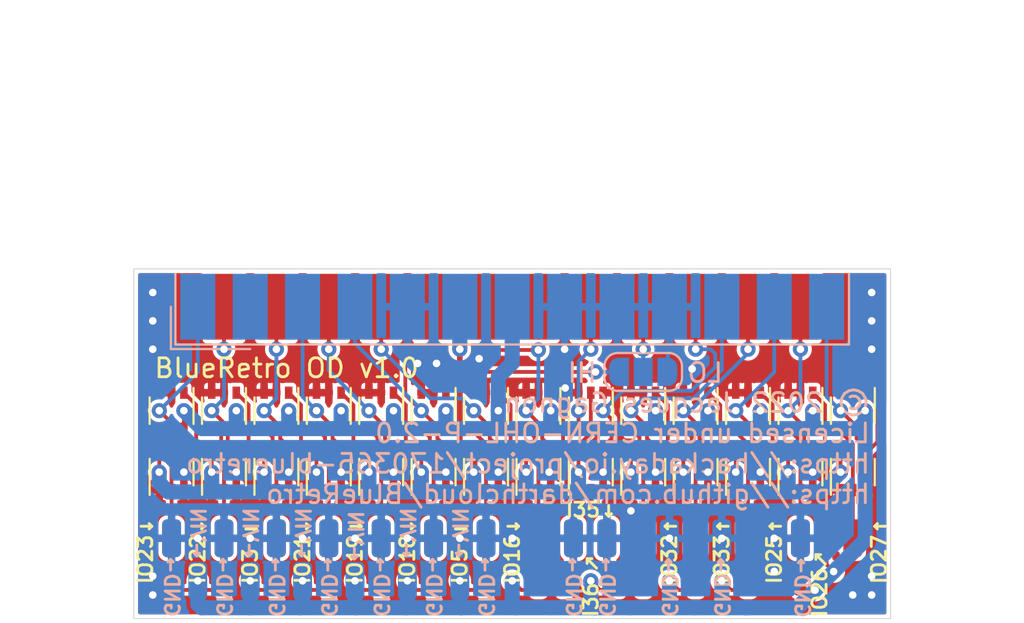
<source format=kicad_pcb>
(kicad_pcb (version 20171130) (host pcbnew "(5.1.9)-1")
  (title_block (title "BlueRetro -  Level Shifter cable adapter") (date 2020-11-09) (rev v1.2))
  (layers (0 F.Cu signal) (31 B.Cu signal) (34 B.Paste user) (35 F.Paste user) (36 B.SilkS user) (37 F.SilkS user) (38 B.Mask user) (39 F.Mask user) (44 Edge.Cuts user))
  (net 0 "")
  (net 1 /IO22)
  (net 2 /IO3)
  (net 3 /IO19)
  (net 4 /IO5)
  (net 5 /IO16)
  (net 6 /I36)
  (net 7 /I39)
  (net 8 /I35)
  (net 9 /IO33)
  (net 10 /IO26)
  (net 11 /IO23)
  (net 12 /IO21)
  (net 13 /IO18)
  (net 14 /GND)
  (net 15 /VOUT)
  (net 16 /VIN)
  (net 17 /IO32)
  (net 18 /IO25)
  (net 19 /IO27)
  (net 20 /IO23_C)
  (net 21 /IO22_C)
  (net 22 /IO3_C)
  (net 23 /IO21_C)
  (net 24 /IO19_C)
  (net 25 /IO18_C)
  (net 26 /IO5_C)
  (net 27 /IO16_C)
  (net 28 /I36_C)
  (net 29 /I35_C)
  (net 30 /IO32_C)
  (net 31 /IO33_C)
  (net 32 /IO25_C)
  (net 33 /IO26_C)
  (net 34 /IO27_C)
  (module opendrain:SolderWirePad_1x01_SMD_1x2mm (layer B.Cu) (at 11.08 5)
    (fp_text reference J43 hide)
    (fp_text value Conn_01x01)
    (pad 1 smd roundrect (at 0 0) (size 1 2) (layers B.Cu B.Paste B.Mask) (net 14 /GND))
  )
  (module opendrain:SolderWirePad_1x01_SMD_1x2mm (layer B.Cu) (at 8.31 5)
    (fp_text reference J42 hide)
    (fp_text value Conn_01x01)
    (pad 1 smd roundrect (at 0 0) (size 1 2) (layers B.Cu B.Paste B.Mask) (net 14 /GND))
  )
  (module opendrain:R_0402_1005Metric (layer F.Cu) (at 16.62 5 90)
    (fp_text reference R15 hide)
    (fp_text value DNP)
    (pad 2 smd roundrect (at 0.485 0 90) (size 0.59 0.64) (layers F.Cu F.Paste F.Mask) (net 34 /IO27_C))
    (pad 1 smd roundrect (at -0.485 0 90) (size 0.59 0.64) (layers F.Cu F.Paste F.Mask) (net 16 /VIN))
  )
  (module opendrain:R_0402_1005Metric (layer F.Cu) (at 15.235 7.25 90)
    (fp_text reference R14 hide)
    (fp_text value DNP)
    (pad 2 smd roundrect (at 0.485 0 90) (size 0.59 0.64) (layers F.Cu F.Paste F.Mask) (net 33 /IO26_C))
    (pad 1 smd roundrect (at -0.485 0 90) (size 0.59 0.64) (layers F.Cu F.Paste F.Mask) (net 16 /VIN))
  )
  (module opendrain:R_0402_1005Metric (layer F.Cu) (at 12.465 7.25 90)
    (fp_text reference R13 hide)
    (fp_text value DNP)
    (pad 2 smd roundrect (at 0.485 0 90) (size 0.59 0.64) (layers F.Cu F.Paste F.Mask) (net 32 /IO25_C))
    (pad 1 smd roundrect (at -0.485 0 90) (size 0.59 0.64) (layers F.Cu F.Paste F.Mask) (net 16 /VIN))
  )
  (module opendrain:R_0402_1005Metric (layer F.Cu) (at 9.695 7.25 90)
    (fp_text reference R12 hide)
    (fp_text value DNP)
    (pad 2 smd roundrect (at 0.485 0 90) (size 0.59 0.64) (layers F.Cu F.Paste F.Mask) (net 31 /IO33_C))
    (pad 1 smd roundrect (at -0.485 0 90) (size 0.59 0.64) (layers F.Cu F.Paste F.Mask) (net 16 /VIN))
  )
  (module opendrain:R_0402_1005Metric (layer F.Cu) (at 6.925 7.25 90)
    (fp_text reference R11 hide)
    (fp_text value DNP)
    (pad 2 smd roundrect (at 0.485 0 90) (size 0.59 0.64) (layers F.Cu F.Paste F.Mask) (net 30 /IO32_C))
    (pad 1 smd roundrect (at -0.485 0 90) (size 0.59 0.64) (layers F.Cu F.Paste F.Mask) (net 16 /VIN))
  )
  (module opendrain:R_0402_1005Metric (layer F.Cu) (at 5.54 7.25 90)
    (fp_text reference R10 hide)
    (fp_text value DNP)
    (pad 2 smd roundrect (at 0.485 0 90) (size 0.59 0.64) (layers F.Cu F.Paste F.Mask) (net 29 /I35_C))
    (pad 1 smd roundrect (at -0.485 0 90) (size 0.59 0.64) (layers F.Cu F.Paste F.Mask) (net 16 /VIN))
  )
  (module opendrain:R_0402_1005Metric (layer F.Cu) (at 2.77 7.25 90)
    (fp_text reference R9 hide)
    (fp_text value DNP)
    (pad 2 smd roundrect (at 0.485 0 90) (size 0.59 0.64) (layers F.Cu F.Paste F.Mask) (net 28 /I36_C))
    (pad 1 smd roundrect (at -0.485 0 90) (size 0.59 0.64) (layers F.Cu F.Paste F.Mask) (net 16 /VIN))
  )
  (module opendrain:R_0402_1005Metric (layer F.Cu) (at 1.385 7.25 90)
    (fp_text reference R8 hide)
    (fp_text value DNP)
    (pad 2 smd roundrect (at 0.485 0 90) (size 0.59 0.64) (layers F.Cu F.Paste F.Mask) (net 27 /IO16_C))
    (pad 1 smd roundrect (at -0.485 0 90) (size 0.59 0.64) (layers F.Cu F.Paste F.Mask) (net 16 /VIN))
  )
  (module opendrain:R_0402_1005Metric (layer F.Cu) (at -1.385 7.25 90)
    (fp_text reference R7 hide)
    (fp_text value DNP)
    (pad 2 smd roundrect (at 0.485 0 90) (size 0.59 0.64) (layers F.Cu F.Paste F.Mask) (net 26 /IO5_C))
    (pad 1 smd roundrect (at -0.485 0 90) (size 0.59 0.64) (layers F.Cu F.Paste F.Mask) (net 16 /VIN))
  )
  (module opendrain:R_0402_1005Metric (layer F.Cu) (at -4.155 7.25 90)
    (fp_text reference R6 hide)
    (fp_text value DNP)
    (pad 2 smd roundrect (at 0.485 0 90) (size 0.59 0.64) (layers F.Cu F.Paste F.Mask) (net 25 /IO18_C))
    (pad 1 smd roundrect (at -0.485 0 90) (size 0.59 0.64) (layers F.Cu F.Paste F.Mask) (net 16 /VIN))
  )
  (module opendrain:R_0402_1005Metric (layer F.Cu) (at -6.925 7.25 90)
    (fp_text reference R5 hide)
    (fp_text value DNP)
    (pad 2 smd roundrect (at 0.485 0 90) (size 0.59 0.64) (layers F.Cu F.Paste F.Mask) (net 24 /IO19_C))
    (pad 1 smd roundrect (at -0.485 0 90) (size 0.59 0.64) (layers F.Cu F.Paste F.Mask) (net 16 /VIN))
  )
  (module opendrain:R_0402_1005Metric (layer F.Cu) (at -9.695 7.25 90)
    (fp_text reference R4 hide)
    (fp_text value DNP)
    (pad 2 smd roundrect (at 0.485 0 90) (size 0.59 0.64) (layers F.Cu F.Paste F.Mask) (net 23 /IO21_C))
    (pad 1 smd roundrect (at -0.485 0 90) (size 0.59 0.64) (layers F.Cu F.Paste F.Mask) (net 16 /VIN))
  )
  (module opendrain:R_0402_1005Metric (layer F.Cu) (at -12.465 7.25 90)
    (fp_text reference R3 hide)
    (fp_text value DNP)
    (pad 2 smd roundrect (at 0.485 0 90) (size 0.59 0.64) (layers F.Cu F.Paste F.Mask) (net 22 /IO3_C))
    (pad 1 smd roundrect (at -0.485 0 90) (size 0.59 0.64) (layers F.Cu F.Paste F.Mask) (net 16 /VIN))
  )
  (module opendrain:R_0402_1005Metric (layer F.Cu) (at -15.235 7.25 90)
    (fp_text reference R2 hide)
    (fp_text value DNP)
    (pad 2 smd roundrect (at 0.485 0 90) (size 0.59 0.64) (layers F.Cu F.Paste F.Mask) (net 21 /IO22_C))
    (pad 1 smd roundrect (at -0.485 0 90) (size 0.59 0.64) (layers F.Cu F.Paste F.Mask) (net 16 /VIN))
  )
  (module opendrain:R_0402_1005Metric (layer F.Cu) (at -18.005 7.25 90)
    (fp_text reference R1 hide)
    (fp_text value DNP)
    (pad 2 smd roundrect (at 0.485 0 90) (size 0.59 0.64) (layers F.Cu F.Paste F.Mask) (net 20 /IO23_C))
    (pad 1 smd roundrect (at -0.485 0 90) (size 0.59 0.64) (layers F.Cu F.Paste F.Mask) (net 16 /VIN))
  )
  (module opendrain:SolderWirePad_1x01_SMD_1x2mm (layer B.Cu) (at -1.385 5)
    (fp_text reference J41 hide)
    (fp_text value Conn_01x01)
    (pad 1 smd roundrect (at 0 0) (size 1 2) (layers B.Cu B.Paste B.Mask) (net 14 /GND))
  )
  (module opendrain:SolderWirePad_1x01_SMD_1x2mm (layer B.Cu) (at -2.77 7.25)
    (fp_text reference J40 hide)
    (fp_text value Conn_01x01)
    (pad 1 smd roundrect (at 0 0) (size 1 2) (layers B.Cu B.Paste B.Mask) (net 16 /VIN))
  )
  (module opendrain:SolderWirePad_1x01_SMD_1x2mm (layer B.Cu) (at -12.465 5)
    (fp_text reference J39 hide)
    (fp_text value Conn_01x01)
    (pad 1 smd roundrect (at 0 0) (size 1 2) (layers B.Cu B.Paste B.Mask) (net 14 /GND))
  )
  (module opendrain:SolderWirePad_1x01_SMD_1x2mm (layer B.Cu) (at -16.62 7.25)
    (fp_text reference J38 hide)
    (fp_text value Conn_01x01)
    (pad 1 smd roundrect (at 0 0) (size 1 2) (layers B.Cu B.Paste B.Mask) (net 16 /VIN))
  )
  (module opendrain:SolderWirePad_1x01_SMD_1x2mm (layer B.Cu) (at -4.155 5)
    (fp_text reference J37 hide)
    (fp_text value Conn_01x01)
    (pad 1 smd roundrect (at 0 0) (size 1 2) (layers B.Cu B.Paste B.Mask) (net 14 /GND))
  )
  (module opendrain:SolderWirePad_1x01_SMD_1x2mm (layer B.Cu) (at -18.005 5)
    (fp_text reference J35 hide)
    (fp_text value Conn_01x01)
    (pad 1 smd roundrect (at 0 0) (size 1 2) (layers B.Cu B.Paste B.Mask) (net 14 /GND))
  )
  (module opendrain:SolderWirePad_1x01_SMD_1x2mm (layer B.Cu) (at -11.08 7.25)
    (fp_text reference J34 hide)
    (fp_text value Conn_01x01)
    (pad 1 smd roundrect (at 0 0) (size 1 2) (layers B.Cu B.Paste B.Mask) (net 16 /VIN))
  )
  (module opendrain:SolderWirePad_1x01_SMD_1x2mm (layer B.Cu) (at -6.925 5)
    (fp_text reference J33 hide)
    (fp_text value Conn_01x01)
    (pad 1 smd roundrect (at 0 0) (size 1 2) (layers B.Cu B.Paste B.Mask) (net 14 /GND))
  )
  (module opendrain:SolderWirePad_1x01_SMD_1x2mm (layer B.Cu) (at -8.31 7.25)
    (fp_text reference J32 hide)
    (fp_text value Conn_01x01)
    (pad 1 smd roundrect (at 0 0) (size 1 2) (layers B.Cu B.Paste B.Mask) (net 16 /VIN))
  )
  (module opendrain:SolderWirePad_1x01_SMD_1x2mm (layer B.Cu) (at -9.695 5)
    (fp_text reference J31 hide)
    (fp_text value Conn_01x01)
    (pad 1 smd roundrect (at 0 0) (size 1 2) (layers B.Cu B.Paste B.Mask) (net 14 /GND))
  )
  (module opendrain:SolderWirePad_1x01_SMD_1x2mm (layer B.Cu) (at -13.85 7.25)
    (fp_text reference J30 hide)
    (fp_text value Conn_01x01)
    (pad 1 smd roundrect (at 0 0) (size 1 2) (layers B.Cu B.Paste B.Mask) (net 16 /VIN))
  )
  (module opendrain:SolderWirePad_1x01_SMD_1x2mm (layer B.Cu) (at -15.235 5)
    (fp_text reference J18 hide)
    (fp_text value Conn_01x01)
    (pad 1 smd roundrect (at 0 0) (size 1 2) (layers B.Cu B.Paste B.Mask) (net 14 /GND))
  )
  (module opendrain:SolderWirePad_1x01_SMD_1x2mm (layer B.Cu) (at -5.54 7.25)
    (fp_text reference J11 hide)
    (fp_text value Conn_01x01)
    (pad 1 smd roundrect (at 0 0) (size 1 2) (layers B.Cu B.Paste B.Mask) (net 16 /VIN))
  )
  (module opendrain:SOT-353_SC-70-5 (layer F.Cu) (at 9.695 1.5 90)
    (fp_text reference U16 hide)
    (fp_text value 74AHCT1G126)
    (pad 5 smd rect (at 0.95 -0.65 90) (size 0.65 0.4) (layers F.Cu F.Paste F.Mask) (net 15 /VOUT))
    (pad 4 smd rect (at 0.95 0.65 90) (size 0.65 0.4) (layers F.Cu F.Paste F.Mask) (net 9 /IO33))
    (pad 2 smd rect (at -0.95 0 90) (size 0.65 0.4) (layers F.Cu F.Paste F.Mask) (net 31 /IO33_C))
    (pad 3 smd rect (at -0.95 0.65 90) (size 0.65 0.4) (layers F.Cu F.Paste F.Mask) (net 14 /GND))
    (pad 1 smd rect (at -0.95 -0.65 90) (size 0.65 0.4) (layers F.Cu F.Paste F.Mask) (net 14 /GND))
  )
  (module opendrain:SOT-353_SC-70-5 (layer F.Cu) (at -9.695 1.5 90)
    (fp_text reference U19 hide)
    (fp_text value 74AHCT1G126)
    (pad 5 smd rect (at 0.95 -0.65 90) (size 0.65 0.4) (layers F.Cu F.Paste F.Mask) (net 15 /VOUT))
    (pad 4 smd rect (at 0.95 0.65 90) (size 0.65 0.4) (layers F.Cu F.Paste F.Mask) (net 12 /IO21))
    (pad 2 smd rect (at -0.95 0 90) (size 0.65 0.4) (layers F.Cu F.Paste F.Mask) (net 23 /IO21_C))
    (pad 3 smd rect (at -0.95 0.65 90) (size 0.65 0.4) (layers F.Cu F.Paste F.Mask) (net 14 /GND))
    (pad 1 smd rect (at -0.95 -0.65 90) (size 0.65 0.4) (layers F.Cu F.Paste F.Mask) (net 14 /GND))
  )
  (module opendrain:SOT-353_SC-70-5 (layer F.Cu) (at 15.235 -1.75 270)
    (fp_text reference U24 hide)
    (fp_text value 74AHCT1G125)
    (pad 5 smd rect (at 0.95 -0.65 270) (size 0.65 0.4) (layers F.Cu F.Paste F.Mask) (net 16 /VIN))
    (pad 4 smd rect (at 0.95 0.65 270) (size 0.65 0.4) (layers F.Cu F.Paste F.Mask) (net 33 /IO26_C))
    (pad 2 smd rect (at -0.95 0 270) (size 0.65 0.4) (layers F.Cu F.Paste F.Mask) (net 14 /GND))
    (pad 3 smd rect (at -0.95 0.65 270) (size 0.65 0.4) (layers F.Cu F.Paste F.Mask) (net 14 /GND))
    (pad 1 smd rect (at -0.95 -0.65 270) (size 0.65 0.4) (layers F.Cu F.Paste F.Mask) (net 10 /IO26))
  )
  (module opendrain:SOT-353_SC-70-5 (layer F.Cu) (at 6.925 -1.75 270)
    (fp_text reference U28 hide)
    (fp_text value 74AHCT1G125)
    (pad 5 smd rect (at 0.95 -0.65 270) (size 0.65 0.4) (layers F.Cu F.Paste F.Mask) (net 16 /VIN))
    (pad 4 smd rect (at 0.95 0.65 270) (size 0.65 0.4) (layers F.Cu F.Paste F.Mask) (net 30 /IO32_C))
    (pad 2 smd rect (at -0.95 0 270) (size 0.65 0.4) (layers F.Cu F.Paste F.Mask) (net 14 /GND))
    (pad 3 smd rect (at -0.95 0.65 270) (size 0.65 0.4) (layers F.Cu F.Paste F.Mask) (net 14 /GND))
    (pad 1 smd rect (at -0.95 -0.65 270) (size 0.65 0.4) (layers F.Cu F.Paste F.Mask) (net 17 /IO32))
  )
  (module opendrain:SOT-353_SC-70-5 (layer F.Cu) (at 6.925 1.5 90)
    (fp_text reference U27 hide)
    (fp_text value 74AHCT1G126)
    (pad 5 smd rect (at 0.95 -0.65 90) (size 0.65 0.4) (layers F.Cu F.Paste F.Mask) (net 15 /VOUT))
    (pad 4 smd rect (at 0.95 0.65 90) (size 0.65 0.4) (layers F.Cu F.Paste F.Mask) (net 17 /IO32))
    (pad 2 smd rect (at -0.95 0 90) (size 0.65 0.4) (layers F.Cu F.Paste F.Mask) (net 30 /IO32_C))
    (pad 3 smd rect (at -0.95 0.65 90) (size 0.65 0.4) (layers F.Cu F.Paste F.Mask) (net 14 /GND))
    (pad 1 smd rect (at -0.95 -0.65 90) (size 0.65 0.4) (layers F.Cu F.Paste F.Mask) (net 14 /GND))
  )
  (module opendrain:SOT-353_SC-70-5 (layer F.Cu) (at -9.695 -1.75 270)
    (fp_text reference U26 hide)
    (fp_text value 74AHCT1G125)
    (pad 5 smd rect (at 0.95 -0.65 270) (size 0.65 0.4) (layers F.Cu F.Paste F.Mask) (net 16 /VIN))
    (pad 4 smd rect (at 0.95 0.65 270) (size 0.65 0.4) (layers F.Cu F.Paste F.Mask) (net 23 /IO21_C))
    (pad 2 smd rect (at -0.95 0 270) (size 0.65 0.4) (layers F.Cu F.Paste F.Mask) (net 14 /GND))
    (pad 3 smd rect (at -0.95 0.65 270) (size 0.65 0.4) (layers F.Cu F.Paste F.Mask) (net 14 /GND))
    (pad 1 smd rect (at -0.95 -0.65 270) (size 0.65 0.4) (layers F.Cu F.Paste F.Mask) (net 12 /IO21))
  )
  (module opendrain:SOT-353_SC-70-5 (layer F.Cu) (at 18.005 -1.75 270)
    (fp_text reference U25 hide)
    (fp_text value 74AHCT1G125)
    (pad 5 smd rect (at 0.95 -0.65 270) (size 0.65 0.4) (layers F.Cu F.Paste F.Mask) (net 16 /VIN))
    (pad 4 smd rect (at 0.95 0.65 270) (size 0.65 0.4) (layers F.Cu F.Paste F.Mask) (net 34 /IO27_C))
    (pad 2 smd rect (at -0.95 0 270) (size 0.65 0.4) (layers F.Cu F.Paste F.Mask) (net 14 /GND))
    (pad 3 smd rect (at -0.95 0.65 270) (size 0.65 0.4) (layers F.Cu F.Paste F.Mask) (net 14 /GND))
    (pad 1 smd rect (at -0.95 -0.65 270) (size 0.65 0.4) (layers F.Cu F.Paste F.Mask) (net 19 /IO27))
  )
  (module opendrain:SOT-353_SC-70-5 (layer F.Cu) (at 9.695 -1.75 270)
    (fp_text reference U23 hide)
    (fp_text value 74AHCT1G125)
    (pad 5 smd rect (at 0.95 -0.65 270) (size 0.65 0.4) (layers F.Cu F.Paste F.Mask) (net 16 /VIN))
    (pad 4 smd rect (at 0.95 0.65 270) (size 0.65 0.4) (layers F.Cu F.Paste F.Mask) (net 31 /IO33_C))
    (pad 2 smd rect (at -0.95 0 270) (size 0.65 0.4) (layers F.Cu F.Paste F.Mask) (net 14 /GND))
    (pad 3 smd rect (at -0.95 0.65 270) (size 0.65 0.4) (layers F.Cu F.Paste F.Mask) (net 14 /GND))
    (pad 1 smd rect (at -0.95 -0.65 270) (size 0.65 0.4) (layers F.Cu F.Paste F.Mask) (net 9 /IO33))
  )
  (module opendrain:SOT-353_SC-70-5 (layer F.Cu) (at 12.465 -1.75 270)
    (fp_text reference U22 hide)
    (fp_text value 74AHCT1G125)
    (pad 5 smd rect (at 0.95 -0.65 270) (size 0.65 0.4) (layers F.Cu F.Paste F.Mask) (net 16 /VIN))
    (pad 4 smd rect (at 0.95 0.65 270) (size 0.65 0.4) (layers F.Cu F.Paste F.Mask) (net 32 /IO25_C))
    (pad 2 smd rect (at -0.95 0 270) (size 0.65 0.4) (layers F.Cu F.Paste F.Mask) (net 14 /GND))
    (pad 3 smd rect (at -0.95 0.65 270) (size 0.65 0.4) (layers F.Cu F.Paste F.Mask) (net 14 /GND))
    (pad 1 smd rect (at -0.95 -0.65 270) (size 0.65 0.4) (layers F.Cu F.Paste F.Mask) (net 18 /IO25))
  )
  (module opendrain:SOT-353_SC-70-5 (layer F.Cu) (at 1.385 -1.75 270)
    (fp_text reference U21 hide)
    (fp_text value 74AHCT1G125)
    (pad 5 smd rect (at 0.95 -0.65 270) (size 0.65 0.4) (layers F.Cu F.Paste F.Mask) (net 16 /VIN))
    (pad 4 smd rect (at 0.95 0.65 270) (size 0.65 0.4) (layers F.Cu F.Paste F.Mask) (net 27 /IO16_C))
    (pad 2 smd rect (at -0.95 0 270) (size 0.65 0.4) (layers F.Cu F.Paste F.Mask) (net 14 /GND))
    (pad 3 smd rect (at -0.95 0.65 270) (size 0.65 0.4) (layers F.Cu F.Paste F.Mask) (net 14 /GND))
    (pad 1 smd rect (at -0.95 -0.65 270) (size 0.65 0.4) (layers F.Cu F.Paste F.Mask) (net 5 /IO16))
  )
  (module opendrain:SOT-353_SC-70-5 (layer F.Cu) (at 4.155 1.5 90)
    (fp_text reference U20 hide)
    (fp_text value 74AHCT1G126)
    (pad 5 smd rect (at 0.95 -0.65 90) (size 0.65 0.4) (layers F.Cu F.Paste F.Mask) (net 15 /VOUT))
    (pad 4 smd rect (at 0.95 0.65 90) (size 0.65 0.4) (layers F.Cu F.Paste F.Mask) (net 8 /I35))
    (pad 2 smd rect (at -0.95 0 90) (size 0.65 0.4) (layers F.Cu F.Paste F.Mask) (net 29 /I35_C))
    (pad 3 smd rect (at -0.95 0.65 90) (size 0.65 0.4) (layers F.Cu F.Paste F.Mask) (net 14 /GND))
    (pad 1 smd rect (at -0.95 -0.65 90) (size 0.65 0.4) (layers F.Cu F.Paste F.Mask) (net 14 /GND))
  )
  (module opendrain:SOT-353_SC-70-5 (layer F.Cu) (at 18.005 1.5 90)
    (fp_text reference U18 hide)
    (fp_text value 74AHCT1G126)
    (pad 5 smd rect (at 0.95 -0.65 90) (size 0.65 0.4) (layers F.Cu F.Paste F.Mask) (net 15 /VOUT))
    (pad 4 smd rect (at 0.95 0.65 90) (size 0.65 0.4) (layers F.Cu F.Paste F.Mask) (net 19 /IO27))
    (pad 2 smd rect (at -0.95 0 90) (size 0.65 0.4) (layers F.Cu F.Paste F.Mask) (net 34 /IO27_C))
    (pad 3 smd rect (at -0.95 0.65 90) (size 0.65 0.4) (layers F.Cu F.Paste F.Mask) (net 14 /GND))
    (pad 1 smd rect (at -0.95 -0.65 90) (size 0.65 0.4) (layers F.Cu F.Paste F.Mask) (net 14 /GND))
  )
  (module opendrain:SOT-353_SC-70-5 (layer F.Cu) (at 15.235 1.5 90)
    (fp_text reference U17 hide)
    (fp_text value 74AHCT1G126)
    (pad 5 smd rect (at 0.95 -0.65 90) (size 0.65 0.4) (layers F.Cu F.Paste F.Mask) (net 15 /VOUT))
    (pad 4 smd rect (at 0.95 0.65 90) (size 0.65 0.4) (layers F.Cu F.Paste F.Mask) (net 10 /IO26))
    (pad 2 smd rect (at -0.95 0 90) (size 0.65 0.4) (layers F.Cu F.Paste F.Mask) (net 33 /IO26_C))
    (pad 3 smd rect (at -0.95 0.65 90) (size 0.65 0.4) (layers F.Cu F.Paste F.Mask) (net 14 /GND))
    (pad 1 smd rect (at -0.95 -0.65 90) (size 0.65 0.4) (layers F.Cu F.Paste F.Mask) (net 14 /GND))
  )
  (module opendrain:SOT-353_SC-70-5 (layer F.Cu) (at 12.465 1.5 90)
    (fp_text reference U15 hide)
    (fp_text value 74AHCT1G126)
    (pad 5 smd rect (at 0.95 -0.65 90) (size 0.65 0.4) (layers F.Cu F.Paste F.Mask) (net 15 /VOUT))
    (pad 4 smd rect (at 0.95 0.65 90) (size 0.65 0.4) (layers F.Cu F.Paste F.Mask) (net 18 /IO25))
    (pad 2 smd rect (at -0.95 0 90) (size 0.65 0.4) (layers F.Cu F.Paste F.Mask) (net 32 /IO25_C))
    (pad 3 smd rect (at -0.95 0.65 90) (size 0.65 0.4) (layers F.Cu F.Paste F.Mask) (net 14 /GND))
    (pad 1 smd rect (at -0.95 -0.65 90) (size 0.65 0.4) (layers F.Cu F.Paste F.Mask) (net 14 /GND))
  )
  (module opendrain:SOT-353_SC-70-5 (layer F.Cu) (at 1.385 1.5 90)
    (fp_text reference U14 hide)
    (fp_text value 74AHCT1G126)
    (pad 5 smd rect (at 0.95 -0.65 90) (size 0.65 0.4) (layers F.Cu F.Paste F.Mask) (net 15 /VOUT))
    (pad 4 smd rect (at 0.95 0.65 90) (size 0.65 0.4) (layers F.Cu F.Paste F.Mask) (net 5 /IO16))
    (pad 2 smd rect (at -0.95 0 90) (size 0.65 0.4) (layers F.Cu F.Paste F.Mask) (net 27 /IO16_C))
    (pad 3 smd rect (at -0.95 0.65 90) (size 0.65 0.4) (layers F.Cu F.Paste F.Mask) (net 14 /GND))
    (pad 1 smd rect (at -0.95 -0.65 90) (size 0.65 0.4) (layers F.Cu F.Paste F.Mask) (net 14 /GND))
  )
  (module opendrain:SOT-353_SC-70-5 (layer F.Cu) (at -1.385 -1.75 270)
    (fp_text reference U13 hide)
    (fp_text value 74AHCT1G125)
    (pad 5 smd rect (at 0.95 -0.65 270) (size 0.65 0.4) (layers F.Cu F.Paste F.Mask) (net 16 /VIN))
    (pad 4 smd rect (at 0.95 0.65 270) (size 0.65 0.4) (layers F.Cu F.Paste F.Mask) (net 26 /IO5_C))
    (pad 2 smd rect (at -0.95 0 270) (size 0.65 0.4) (layers F.Cu F.Paste F.Mask) (net 14 /GND))
    (pad 3 smd rect (at -0.95 0.65 270) (size 0.65 0.4) (layers F.Cu F.Paste F.Mask) (net 14 /GND))
    (pad 1 smd rect (at -0.95 -0.65 270) (size 0.65 0.4) (layers F.Cu F.Paste F.Mask) (net 4 /IO5))
  )
  (module opendrain:SOT-353_SC-70-5 (layer F.Cu) (at -4.155 -1.75 270)
    (fp_text reference U12 hide)
    (fp_text value 74AHCT1G125)
    (pad 5 smd rect (at 0.95 -0.65 270) (size 0.65 0.4) (layers F.Cu F.Paste F.Mask) (net 16 /VIN))
    (pad 4 smd rect (at 0.95 0.65 270) (size 0.65 0.4) (layers F.Cu F.Paste F.Mask) (net 25 /IO18_C))
    (pad 2 smd rect (at -0.95 0 270) (size 0.65 0.4) (layers F.Cu F.Paste F.Mask) (net 14 /GND))
    (pad 3 smd rect (at -0.95 0.65 270) (size 0.65 0.4) (layers F.Cu F.Paste F.Mask) (net 14 /GND))
    (pad 1 smd rect (at -0.95 -0.65 270) (size 0.65 0.4) (layers F.Cu F.Paste F.Mask) (net 13 /IO18))
  )
  (module opendrain:SOT-353_SC-70-5 (layer F.Cu) (at -6.925 -1.75 270)
    (fp_text reference U11 hide)
    (fp_text value 74AHCT1G125)
    (pad 5 smd rect (at 0.95 -0.65 270) (size 0.65 0.4) (layers F.Cu F.Paste F.Mask) (net 16 /VIN))
    (pad 4 smd rect (at 0.95 0.65 270) (size 0.65 0.4) (layers F.Cu F.Paste F.Mask) (net 24 /IO19_C))
    (pad 2 smd rect (at -0.95 0 270) (size 0.65 0.4) (layers F.Cu F.Paste F.Mask) (net 14 /GND))
    (pad 3 smd rect (at -0.95 0.65 270) (size 0.65 0.4) (layers F.Cu F.Paste F.Mask) (net 14 /GND))
    (pad 1 smd rect (at -0.95 -0.65 270) (size 0.65 0.4) (layers F.Cu F.Paste F.Mask) (net 3 /IO19))
  )
  (module opendrain:SOT-353_SC-70-5 (layer F.Cu) (at -12.465 -1.75 270)
    (fp_text reference U10 hide)
    (fp_text value 74AHCT1G125)
    (pad 5 smd rect (at 0.95 -0.65 270) (size 0.65 0.4) (layers F.Cu F.Paste F.Mask) (net 16 /VIN))
    (pad 4 smd rect (at 0.95 0.65 270) (size 0.65 0.4) (layers F.Cu F.Paste F.Mask) (net 22 /IO3_C))
    (pad 2 smd rect (at -0.95 0 270) (size 0.65 0.4) (layers F.Cu F.Paste F.Mask) (net 14 /GND))
    (pad 3 smd rect (at -0.95 0.65 270) (size 0.65 0.4) (layers F.Cu F.Paste F.Mask) (net 14 /GND))
    (pad 1 smd rect (at -0.95 -0.65 270) (size 0.65 0.4) (layers F.Cu F.Paste F.Mask) (net 2 /IO3))
  )
  (module opendrain:SOT-353_SC-70-5 (layer F.Cu) (at -15.235 -1.75 270)
    (fp_text reference U9 hide)
    (fp_text value 74AHCT1G125)
    (pad 5 smd rect (at 0.95 -0.65 270) (size 0.65 0.4) (layers F.Cu F.Paste F.Mask) (net 16 /VIN))
    (pad 4 smd rect (at 0.95 0.65 270) (size 0.65 0.4) (layers F.Cu F.Paste F.Mask) (net 21 /IO22_C))
    (pad 2 smd rect (at -0.95 0 270) (size 0.65 0.4) (layers F.Cu F.Paste F.Mask) (net 14 /GND))
    (pad 3 smd rect (at -0.95 0.65 270) (size 0.65 0.4) (layers F.Cu F.Paste F.Mask) (net 14 /GND))
    (pad 1 smd rect (at -0.95 -0.65 270) (size 0.65 0.4) (layers F.Cu F.Paste F.Mask) (net 1 /IO22))
  )
  (module opendrain:SOT-353_SC-70-5 (layer F.Cu) (at -18.005 -1.75 270)
    (fp_text reference U8 hide)
    (fp_text value 74AHCT1G125)
    (pad 5 smd rect (at 0.95 -0.65 270) (size 0.65 0.4) (layers F.Cu F.Paste F.Mask) (net 16 /VIN))
    (pad 4 smd rect (at 0.95 0.65 270) (size 0.65 0.4) (layers F.Cu F.Paste F.Mask) (net 20 /IO23_C))
    (pad 2 smd rect (at -0.95 0 270) (size 0.65 0.4) (layers F.Cu F.Paste F.Mask) (net 14 /GND))
    (pad 3 smd rect (at -0.95 0.65 270) (size 0.65 0.4) (layers F.Cu F.Paste F.Mask) (net 14 /GND))
    (pad 1 smd rect (at -0.95 -0.65 270) (size 0.65 0.4) (layers F.Cu F.Paste F.Mask) (net 11 /IO23))
  )
  (module opendrain:SOT-353_SC-70-5 (layer F.Cu) (at 4.155 -1.75 270)
    (fp_text reference U7 hide)
    (fp_text value 74AHCT1G126)
    (pad 5 smd rect (at 0.95 -0.65 270) (size 0.65 0.4) (layers F.Cu F.Paste F.Mask) (net 15 /VOUT))
    (pad 4 smd rect (at 0.95 0.65 270) (size 0.65 0.4) (layers F.Cu F.Paste F.Mask) (net 6 /I36))
    (pad 2 smd rect (at -0.95 0 270) (size 0.65 0.4) (layers F.Cu F.Paste F.Mask) (net 28 /I36_C))
    (pad 3 smd rect (at -0.95 0.65 270) (size 0.65 0.4) (layers F.Cu F.Paste F.Mask) (net 14 /GND))
    (pad 1 smd rect (at -0.95 -0.65 270) (size 0.65 0.4) (layers F.Cu F.Paste F.Mask) (net 14 /GND))
  )
  (module opendrain:SOT-353_SC-70-5 (layer F.Cu) (at -1.385 1.5 90)
    (fp_text reference U6 hide)
    (fp_text value 74AHCT1G126)
    (pad 5 smd rect (at 0.95 -0.65 90) (size 0.65 0.4) (layers F.Cu F.Paste F.Mask) (net 15 /VOUT))
    (pad 4 smd rect (at 0.95 0.65 90) (size 0.65 0.4) (layers F.Cu F.Paste F.Mask) (net 4 /IO5))
    (pad 2 smd rect (at -0.95 0 90) (size 0.65 0.4) (layers F.Cu F.Paste F.Mask) (net 26 /IO5_C))
    (pad 3 smd rect (at -0.95 0.65 90) (size 0.65 0.4) (layers F.Cu F.Paste F.Mask) (net 14 /GND))
    (pad 1 smd rect (at -0.95 -0.65 90) (size 0.65 0.4) (layers F.Cu F.Paste F.Mask) (net 14 /GND))
  )
  (module opendrain:SOT-353_SC-70-5 (layer F.Cu) (at -4.155 1.5 90)
    (fp_text reference U5 hide)
    (fp_text value 74AHCT1G126)
    (pad 5 smd rect (at 0.95 -0.65 90) (size 0.65 0.4) (layers F.Cu F.Paste F.Mask) (net 15 /VOUT))
    (pad 4 smd rect (at 0.95 0.65 90) (size 0.65 0.4) (layers F.Cu F.Paste F.Mask) (net 13 /IO18))
    (pad 2 smd rect (at -0.95 0 90) (size 0.65 0.4) (layers F.Cu F.Paste F.Mask) (net 25 /IO18_C))
    (pad 3 smd rect (at -0.95 0.65 90) (size 0.65 0.4) (layers F.Cu F.Paste F.Mask) (net 14 /GND))
    (pad 1 smd rect (at -0.95 -0.65 90) (size 0.65 0.4) (layers F.Cu F.Paste F.Mask) (net 14 /GND))
  )
  (module opendrain:SOT-353_SC-70-5 (layer F.Cu) (at -6.925 1.5 90)
    (fp_text reference U4 hide)
    (fp_text value 74AHCT1G126)
    (pad 5 smd rect (at 0.95 -0.65 90) (size 0.65 0.4) (layers F.Cu F.Paste F.Mask) (net 15 /VOUT))
    (pad 4 smd rect (at 0.95 0.65 90) (size 0.65 0.4) (layers F.Cu F.Paste F.Mask) (net 3 /IO19))
    (pad 2 smd rect (at -0.95 0 90) (size 0.65 0.4) (layers F.Cu F.Paste F.Mask) (net 24 /IO19_C))
    (pad 3 smd rect (at -0.95 0.65 90) (size 0.65 0.4) (layers F.Cu F.Paste F.Mask) (net 14 /GND))
    (pad 1 smd rect (at -0.95 -0.65 90) (size 0.65 0.4) (layers F.Cu F.Paste F.Mask) (net 14 /GND))
  )
  (module opendrain:SOT-353_SC-70-5 (layer F.Cu) (at -12.465 1.5 90)
    (fp_text reference U3 hide)
    (fp_text value 74AHCT1G126)
    (pad 5 smd rect (at 0.95 -0.65 90) (size 0.65 0.4) (layers F.Cu F.Paste F.Mask) (net 15 /VOUT))
    (pad 4 smd rect (at 0.95 0.65 90) (size 0.65 0.4) (layers F.Cu F.Paste F.Mask) (net 2 /IO3))
    (pad 2 smd rect (at -0.95 0 90) (size 0.65 0.4) (layers F.Cu F.Paste F.Mask) (net 22 /IO3_C))
    (pad 3 smd rect (at -0.95 0.65 90) (size 0.65 0.4) (layers F.Cu F.Paste F.Mask) (net 14 /GND))
    (pad 1 smd rect (at -0.95 -0.65 90) (size 0.65 0.4) (layers F.Cu F.Paste F.Mask) (net 14 /GND))
  )
  (module opendrain:SOT-353_SC-70-5 (layer F.Cu) (at -15.235 1.5 90)
    (fp_text reference U2 hide)
    (fp_text value 74AHCT1G126)
    (pad 5 smd rect (at 0.95 -0.65 90) (size 0.65 0.4) (layers F.Cu F.Paste F.Mask) (net 15 /VOUT))
    (pad 4 smd rect (at 0.95 0.65 90) (size 0.65 0.4) (layers F.Cu F.Paste F.Mask) (net 1 /IO22))
    (pad 2 smd rect (at -0.95 0 90) (size 0.65 0.4) (layers F.Cu F.Paste F.Mask) (net 21 /IO22_C))
    (pad 3 smd rect (at -0.95 0.65 90) (size 0.65 0.4) (layers F.Cu F.Paste F.Mask) (net 14 /GND))
    (pad 1 smd rect (at -0.95 -0.65 90) (size 0.65 0.4) (layers F.Cu F.Paste F.Mask) (net 14 /GND))
  )
  (module opendrain:SOT-353_SC-70-5 (layer F.Cu) (at -18.005 1.5 90)
    (fp_text reference U1 hide)
    (fp_text value 74AHCT1G126)
    (pad 5 smd rect (at 0.95 -0.65 90) (size 0.65 0.4) (layers F.Cu F.Paste F.Mask) (net 15 /VOUT))
    (pad 4 smd rect (at 0.95 0.65 90) (size 0.65 0.4) (layers F.Cu F.Paste F.Mask) (net 11 /IO23))
    (pad 2 smd rect (at -0.95 0 90) (size 0.65 0.4) (layers F.Cu F.Paste F.Mask) (net 20 /IO23_C))
    (pad 3 smd rect (at -0.95 0.65 90) (size 0.65 0.4) (layers F.Cu F.Paste F.Mask) (net 14 /GND))
    (pad 1 smd rect (at -0.95 -0.65 90) (size 0.65 0.4) (layers F.Cu F.Paste F.Mask) (net 14 /GND))
  )
  (module opendrain:SolderJumper-3_P1.3mm_Open_RoundedPad1.0x1.5mm (layer B.Cu) (at 6.925 -3.8)
    (fp_text reference JP1 hide)
    (fp_text value SolderJumper_3_Open)
    (pad 2 smd rect (at 0 0) (size 1 1.5) (layers B.Cu B.Mask) (net 7 /I39))
    (pad 3 smd custom (at 1.3 0) (size 1 0.5) (layers B.Cu B.Mask) (net 14 /GND) (options (clearance outline) (anchor rect)) (primitives (gr_circle (center 0 -0.25) (end 0.5 -0.25) (width 0)) (gr_circle (center 0 0.25) (end 0.5 0.25) (width 0)) (gr_poly (pts (xy -0.55 0.75) (xy 0 0.75) (xy 0 -0.75) (xy -0.55 -0.75)) (width 0))))
    (pad 1 smd custom (at -1.3 0) (size 1 0.5) (layers B.Cu B.Mask) (net 15 /VOUT) (options (clearance outline) (anchor rect)) (primitives (gr_circle (center 0 -0.25) (end 0.5 -0.25) (width 0)) (gr_circle (center 0 0.25) (end 0.5 0.25) (width 0)) (gr_poly (pts (xy 0.55 0.75) (xy 0 0.75) (xy 0 -0.75) (xy 0.55 -0.75)) (width 0))))
  )
  (module opendrain:SolderWirePad_1x01_SMD_1x2mm (layer F.Cu) (at 18.005 5)
    (fp_text reference J29 hide)
    (fp_text value Conn_01x01)
    (pad 1 smd roundrect (at 0 0) (size 1 2) (layers F.Cu F.Paste F.Mask) (net 34 /IO27_C))
  )
  (module opendrain:SolderWirePad_1x01_SMD_1x2mm (layer F.Cu) (at 15.235 5)
    (fp_text reference J28 hide)
    (fp_text value Conn_01x01)
    (pad 1 smd roundrect (at 0 0) (size 1 2) (layers F.Cu F.Paste F.Mask) (net 33 /IO26_C))
  )
  (module opendrain:SolderWirePad_1x01_SMD_1x2mm (layer F.Cu) (at 12.465 5)
    (fp_text reference J27 hide)
    (fp_text value Conn_01x01)
    (pad 1 smd roundrect (at 0 0) (size 1 2) (layers F.Cu F.Paste F.Mask) (net 32 /IO25_C))
  )
  (module opendrain:SolderWirePad_1x01_SMD_1x2mm (layer F.Cu) (at 9.695 5)
    (fp_text reference J26 hide)
    (fp_text value Conn_01x01)
    (pad 1 smd roundrect (at 0 0) (size 1 2) (layers F.Cu F.Paste F.Mask) (net 31 /IO33_C))
  )
  (module opendrain:SolderWirePad_1x01_SMD_1x2mm (layer F.Cu) (at 6.925 5)
    (fp_text reference J25 hide)
    (fp_text value Conn_01x01)
    (pad 1 smd roundrect (at 0 0) (size 1 2) (layers F.Cu F.Paste F.Mask) (net 30 /IO32_C))
  )
  (module opendrain:SolderWirePad_1x01_SMD_1x2mm (layer F.Cu) (at 5 5)
    (fp_text reference J24 hide)
    (fp_text value Conn_01x01)
    (pad 1 smd roundrect (at 0 0) (size 1 2) (layers F.Cu F.Paste F.Mask) (net 29 /I35_C))
  )
  (module opendrain:SolderWirePad_1x01_SMD_1x2mm (layer B.Cu) (at 5 5)
    (fp_text reference J23 hide)
    (fp_text value Conn_01x01)
    (pad 1 smd roundrect (at 0 0) (size 1 2) (layers B.Cu B.Paste B.Mask) (net 14 /GND))
  )
  (module opendrain:SolderWirePad_1x01_SMD_1x2mm (layer F.Cu) (at 3.235 5)
    (fp_text reference J22 hide)
    (fp_text value Conn_01x01)
    (pad 1 smd roundrect (at 0 0) (size 1 2) (layers F.Cu F.Paste F.Mask) (net 28 /I36_C))
  )
  (module opendrain:SolderWirePad_1x01_SMD_1x2mm (layer B.Cu) (at 15.235 5)
    (fp_text reference J21 hide)
    (fp_text value Conn_01x01)
    (pad 1 smd roundrect (at 0 0) (size 1 2) (layers B.Cu B.Paste B.Mask) (net 14 /GND))
  )
  (module opendrain:SolderWirePad_1x01_SMD_1x2mm (layer F.Cu) (at 1.385 5)
    (fp_text reference J19 hide)
    (fp_text value Conn_01x01)
    (pad 1 smd roundrect (at 0 0) (size 1 2) (layers F.Cu F.Paste F.Mask) (net 27 /IO16_C))
  )
  (module opendrain:SolderWirePad_1x01_SMD_1x2mm (layer B.Cu) (at 3.235 5)
    (fp_text reference J17 hide)
    (fp_text value Conn_01x01)
    (pad 1 smd roundrect (at 0 0) (size 1 2) (layers B.Cu B.Paste B.Mask) (net 14 /GND))
  )
  (module opendrain:SolderWirePad_1x01_SMD_1x2mm (layer F.Cu) (at -1.385 5)
    (fp_text reference J16 hide)
    (fp_text value Conn_01x01)
    (pad 1 smd roundrect (at 0 0) (size 1 2) (layers F.Cu F.Paste F.Mask) (net 26 /IO5_C))
  )
  (module opendrain:SolderWirePad_1x01_SMD_1x2mm (layer F.Cu) (at -4.155 5)
    (fp_text reference J15 hide)
    (fp_text value Conn_01x01)
    (pad 1 smd roundrect (at 0 0) (size 1 2) (layers F.Cu F.Paste F.Mask) (net 25 /IO18_C))
  )
  (module opendrain:SolderWirePad_1x01_SMD_1x2mm (layer F.Cu) (at -6.925 5)
    (fp_text reference J14 hide)
    (fp_text value Conn_01x01)
    (pad 1 smd roundrect (at 0 0) (size 1 2) (layers F.Cu F.Paste F.Mask) (net 24 /IO19_C))
  )
  (module opendrain:SolderWirePad_1x01_SMD_1x2mm (layer F.Cu) (at -9.695 5)
    (fp_text reference J13 hide)
    (fp_text value Conn_01x01)
    (pad 1 smd roundrect (at 0 0) (size 1 2) (layers F.Cu F.Paste F.Mask) (net 23 /IO21_C))
  )
  (module opendrain:SolderWirePad_1x01_SMD_1x2mm (layer F.Cu) (at -12.465 5)
    (fp_text reference J12 hide)
    (fp_text value Conn_01x01)
    (pad 1 smd roundrect (at 0 0) (size 1 2) (layers F.Cu F.Paste F.Mask) (net 22 /IO3_C))
  )
  (module opendrain:SolderWirePad_1x01_SMD_1x2mm (layer F.Cu) (at -15.235 5)
    (fp_text reference J10 hide)
    (fp_text value Conn_01x01)
    (pad 1 smd roundrect (at 0 0) (size 1 2) (layers F.Cu F.Paste F.Mask) (net 21 /IO22_C))
  )
  (module opendrain:SolderWirePad_1x01_SMD_1x2mm (layer F.Cu) (at -18.005 5)
    (fp_text reference J9 hide)
    (fp_text value Conn_01x01)
    (pad 1 smd roundrect (at 0 0) (size 1 2) (layers F.Cu F.Paste F.Mask) (net 20 /IO23_C))
  )
  (module opendrain:DSUB-25_Male_EdgeMount_P2.77mm (layer B.Cu) (at 0 -7.25)
    (fp_text reference J1 hide)
    (fp_text value DB25_Male)
    (pad 25 smd rect (at 15.235 0) (size 1.846667 3.48) (layers F.Cu F.Paste F.Mask) (net 10 /IO26))
    (pad 24 smd rect (at 12.465 0) (size 1.846667 3.48) (layers F.Cu F.Paste F.Mask) (net 9 /IO33))
    (pad 23 smd rect (at 9.695 0) (size 1.846667 3.48) (layers F.Cu F.Paste F.Mask) (net 8 /I35))
    (pad 22 smd rect (at 6.925 0) (size 1.846667 3.48) (layers F.Cu F.Paste F.Mask) (net 7 /I39))
    (pad 21 smd rect (at 4.155 0) (size 1.846667 3.48) (layers F.Cu F.Paste F.Mask) (net 6 /I36))
    (pad 20 smd rect (at 1.385 0) (size 1.846667 3.48) (layers F.Cu F.Paste F.Mask))
    (pad 19 smd rect (at -1.385 0) (size 1.846667 3.48) (layers F.Cu F.Paste F.Mask) (net 5 /IO16))
    (pad 18 smd rect (at -4.155 0) (size 1.846667 3.48) (layers F.Cu F.Paste F.Mask))
    (pad 17 smd rect (at -6.925 0) (size 1.846667 3.48) (layers F.Cu F.Paste F.Mask) (net 4 /IO5))
    (pad 16 smd rect (at -9.695 0) (size 1.846667 3.48) (layers F.Cu F.Paste F.Mask) (net 3 /IO19))
    (pad 15 smd rect (at -12.465 0) (size 1.846667 3.48) (layers F.Cu F.Paste F.Mask) (net 2 /IO3))
    (pad 14 smd rect (at -15.235 0) (size 1.846667 3.48) (layers F.Cu F.Paste F.Mask) (net 1 /IO22))
    (pad 13 smd rect (at 16.62 0) (size 1.846667 3.48) (layers B.Cu B.Paste B.Mask) (net 19 /IO27))
    (pad 12 smd rect (at 13.85 0) (size 1.846667 3.48) (layers B.Cu B.Paste B.Mask) (net 18 /IO25))
    (pad 11 smd rect (at 11.08 0) (size 1.846667 3.48) (layers B.Cu B.Paste B.Mask) (net 17 /IO32))
    (pad 10 smd rect (at 8.31 0) (size 1.846667 3.48) (layers B.Cu B.Paste B.Mask) (net 14 /GND))
    (pad 9 smd rect (at 5.54 0) (size 1.846667 3.48) (layers B.Cu B.Paste B.Mask) (net 14 /GND))
    (pad 8 smd rect (at 2.77 0) (size 1.846667 3.48) (layers B.Cu B.Paste B.Mask) (net 14 /GND))
    (pad 7 smd rect (at 0 0) (size 1.846667 3.48) (layers B.Cu B.Paste B.Mask) (net 16 /VIN))
    (pad 6 smd rect (at -2.77 0) (size 1.846667 3.48) (layers B.Cu B.Paste B.Mask) (net 15 /VOUT))
    (pad 5 smd rect (at -5.54 0) (size 1.846667 3.48) (layers B.Cu B.Paste B.Mask) (net 14 /GND))
    (pad 4 smd rect (at -8.31 0) (size 1.846667 3.48) (layers B.Cu B.Paste B.Mask) (net 13 /IO18))
    (pad 3 smd rect (at -11.08 0) (size 1.846667 3.48) (layers B.Cu B.Paste B.Mask) (net 12 /IO21))
    (pad 2 smd rect (at -13.85 0) (size 1.846667 3.48) (layers B.Cu B.Paste B.Mask))
    (pad 1 smd rect (at -16.62 0) (size 1.846667 3.48) (layers B.Cu B.Paste B.Mask) (net 11 /IO23))
  )
  (gr_text ←VIN (at -5.54 4.75 270) (layer B.SilkS) (effects (font (size 0.75 0.75)) (justify mirror)))
  (gr_text ←VIN (at -8.29 4.92 270) (layer B.SilkS) (effects (font (size 0.75 0.75)) (justify mirror)))
  (gr_text ←VIN (at -11.08 4.75 270) (layer B.SilkS) (effects (font (size 0.75 0.75)) (justify mirror)))
  (gr_text ←VIN (at -13.85 4.75 270) (layer B.SilkS) (effects (font (size 0.75 0.75)) (justify mirror)))
  (gr_text GND→ (at -18.005 9.25 270) (layer B.SilkS) (effects (font (size 0.75 0.75)) (justify left mirror)))
  (gr_text GND→ (at -15.235 9.25 270) (layer B.SilkS) (effects (font (size 0.75 0.75)) (justify left mirror)))
  (gr_text GND→ (at -12.465 9.25 270) (layer B.SilkS) (effects (font (size 0.75 0.75)) (justify left mirror)))
  (gr_text GND→ (at -6.925 9.25 270) (layer B.SilkS) (effects (font (size 0.75 0.75)) (justify left mirror)))
  (gr_text GND→ (at 3.235 9.25 270) (layer B.SilkS) (effects (font (size 0.75 0.75)) (justify left mirror)))
  (gr_text GND→ (at 5 9.25 270) (layer B.SilkS) (effects (font (size 0.75 0.75)) (justify left mirror)))
  (gr_text GND→ (at 8.31 9.25 270) (layer B.SilkS) (effects (font (size 0.75 0.75)) (justify left mirror)))
  (gr_text GND→ (at 11.08 9.25 270) (layer B.SilkS) (effects (font (size 0.75 0.75)) (justify left mirror)))
  (gr_text GND→ (at 15.32 9.29 270) (layer B.SilkS) (effects (font (size 0.75 0.75)) (justify left mirror)))
  (gr_text HI (at 3.7 -3.75) (layer B.SilkS) (effects (font (size 1 1)) (justify mirror)))
  (gr_text LO (at 10.2 -3.75) (layer B.SilkS) (effects (font (size 1 1)) (justify mirror)))
  (gr_text ←VIN (at -16.62 4.75 270) (layer B.SilkS) (effects (font (size 0.75 0.75)) (justify mirror)))
  (gr_text "© 2022 Jacques Gagnon\nLicensed under CERN-OHL-P-2.0\nhttps://hackaday.io/project/170365-blueretro\nhttps://github.com/darthcloud/BlueRetro" (at 19 0.25) (layer B.SilkS) (effects (font (size 1 1)) (justify left mirror)))
  (gr_text "BlueRetro OD v1.0" (at -19 -4) (layer F.SilkS) (effects (font (size 1 1)) (justify left)))
  (gr_text IO27↑ (at 19.39 7.5 90) (layer F.SilkS) (effects (font (size 0.75 0.75)) (justify left)))
  (gr_text IO26↗ (at 16.25 9.25 90) (layer F.SilkS) (effects (font (size 0.75 0.75)) (justify left)))
  (gr_text IO25↑ (at 13.85 7.5 90) (layer F.SilkS) (effects (font (size 0.75 0.75)) (justify left)))
  (gr_text IO33↑ (at 11.08 7.5 90) (layer F.SilkS) (effects (font (size 0.75 0.75)) (justify left)))
  (gr_text IO32↑ (at 8.31 7.5 90) (layer F.SilkS) (effects (font (size 0.75 0.75)) (justify left)))
  (gr_text I35↓ (at 2.75 3.5) (layer F.SilkS) (effects (font (size 0.75 0.75)) (justify left)))
  (gr_text ←VIN (at -2.77 4.75 270) (layer B.SilkS) (effects (font (size 0.75 0.75)) (justify mirror)))
  (gr_text GND→ (at -4.155 9.25 270) (layer B.SilkS) (effects (font (size 0.75 0.75)) (justify left mirror)))
  (gr_text "I36 ↗" (at 4.155 9.25 90) (layer F.SilkS) (effects (font (size 0.75 0.75)) (justify left)))
  (gr_text GND→ (at -9.695 9.25 270) (layer B.SilkS) (effects (font (size 0.75 0.75)) (justify left mirror)))
  (gr_text IO16↓ (at 0 7.5 90) (layer F.SilkS) (effects (font (size 0.75 0.75)) (justify left)))
  (gr_text GND→ (at -1.385 9.25 270) (layer B.SilkS) (effects (font (size 0.75 0.75)) (justify left mirror)))
  (gr_text "IO5 ↓" (at -2.77 7.5 90) (layer F.SilkS) (effects (font (size 0.75 0.75)) (justify left)))
  (gr_text IO18↓ (at -5.54 7.5 90) (layer F.SilkS) (effects (font (size 0.75 0.75)) (justify left)))
  (gr_text IO19↓ (at -8.31 7.5 90) (layer F.SilkS) (effects (font (size 0.75 0.75)) (justify left)))
  (gr_text IO21↓ (at -11.08 7.5 90) (layer F.SilkS) (effects (font (size 0.75 0.75)) (justify left)))
  (gr_text "IO3 ↓" (at -13.85 7.5 90) (layer F.SilkS) (effects (font (size 0.75 0.75)) (justify left)))
  (gr_text IO22↓ (at -16.62 7.5 90) (layer F.SilkS) (effects (font (size 0.75 0.75)) (justify left)))
  (gr_text IO23↓ (at -19.39 7.5 90) (layer F.SilkS) (effects (font (size 0.75 0.75)) (justify left)))
  (gr_line (start -20 -9.25) (end -20 9.25) (layer Edge.Cuts) (width 0.05))
  (gr_line (start -20 9.25) (end 20 9.25) (layer Edge.Cuts) (width 0.05))
  (gr_line (start 20 -9.25) (end 20 9.25) (layer Edge.Cuts) (width 0.05))
  (gr_line (start 20 -9.25) (end -20 -9.25) (layer Edge.Cuts) (width 0.05))
  (via (at 11.08 5) (size 0.8) (drill 0.4) (layers F.Cu B.Cu) (net 14))
  (via (at 8.31 5) (size 0.8) (drill 0.4) (layers F.Cu B.Cu) (net 14))
  (via (at -15.885 -1.75) (size 0.8) (drill 0.4) (layers F.Cu B.Cu) (net 1))
  (via (at -15.235 -5) (size 0.8) (drill 0.4) (layers F.Cu B.Cu) (net 1))
  (segment (start -15.235 -7.25) (end -15.235 -5) (width 0.2) (layer F.Cu) (net 1))
  (segment (start -15.235 -2.4) (end -15.885 -1.75) (width 0.2) (layer B.Cu) (net 1))
  (segment (start -15.235 -5) (end -15.235 -2.4) (width 0.2) (layer B.Cu) (net 1))
  (segment (start -15.035001 0.099999) (end -14.585 0.55) (width 0.2) (layer F.Cu) (net 1))
  (segment (start -15.035001 -0.900001) (end -15.035001 0.099999) (width 0.2) (layer F.Cu) (net 1))
  (segment (start -15.885 -1.75) (end -15.035001 -0.900001) (width 0.2) (layer F.Cu) (net 1))
  (segment (start -13.934999 -2.049999) (end -14.585 -2.7) (width 0.2) (layer F.Cu) (net 1))
  (segment (start -13.934999 -0.100001) (end -13.934999 -2.049999) (width 0.2) (layer F.Cu) (net 1))
  (segment (start -14.585 0.55) (end -13.934999 -0.100001) (width 0.2) (layer F.Cu) (net 1))
  (via (at -13.115 -1.75) (size 0.8) (drill 0.4) (layers F.Cu B.Cu) (net 2))
  (via (at -12.465 -5) (size 0.8) (drill 0.4) (layers F.Cu B.Cu) (net 2))
  (segment (start -12.465 -7.25) (end -12.465 -5) (width 0.2) (layer F.Cu) (net 2))
  (segment (start -12.465 -2.4) (end -13.115 -1.75) (width 0.2) (layer B.Cu) (net 2))
  (segment (start -12.465 -5) (end -12.465 -2.4) (width 0.2) (layer B.Cu) (net 2))
  (segment (start -13.115 -1.75) (end -12.265001 -0.900001) (width 0.2) (layer F.Cu) (net 2))
  (segment (start -12.265001 -0.274999) (end -11.815 0.175002) (width 0.2) (layer F.Cu) (net 2))
  (segment (start -11.815 0.175002) (end -11.815 0.55) (width 0.2) (layer F.Cu) (net 2))
  (segment (start -12.265001 -0.900001) (end -12.265001 -0.274999) (width 0.2) (layer F.Cu) (net 2))
  (segment (start -11.164999 -0.100001) (end -11.164999 -2.049999) (width 0.2) (layer F.Cu) (net 2))
  (segment (start -11.164999 -2.049999) (end -11.815 -2.7) (width 0.2) (layer F.Cu) (net 2))
  (segment (start -11.815 0.55) (end -11.164999 -0.100001) (width 0.2) (layer F.Cu) (net 2))
  (via (at -7.575 -1.75) (size 0.8) (drill 0.4) (layers F.Cu B.Cu) (net 3))
  (via (at -9.695 -5) (size 0.8) (drill 0.4) (layers F.Cu B.Cu) (net 3))
  (segment (start -9.695 -7.25) (end -9.695 -5) (width 0.2) (layer F.Cu) (net 3))
  (segment (start -9.695 -3.87) (end -7.575 -1.75) (width 0.2) (layer B.Cu) (net 3))
  (segment (start -9.695 -5) (end -9.695 -3.87) (width 0.2) (layer B.Cu) (net 3))
  (segment (start -7.575 -1.75) (end -6.725001 -0.900001) (width 0.2) (layer F.Cu) (net 3))
  (segment (start -6.275 0.175002) (end -6.275 0.55) (width 0.2) (layer F.Cu) (net 3))
  (segment (start -6.725001 -0.274999) (end -6.275 0.175002) (width 0.2) (layer F.Cu) (net 3))
  (segment (start -6.725001 -0.900001) (end -6.725001 -0.274999) (width 0.2) (layer F.Cu) (net 3))
  (segment (start -5.624999 -2.049999) (end -6.275 -2.7) (width 0.2) (layer F.Cu) (net 3))
  (segment (start -5.624999 -0.100001) (end -5.624999 -2.049999) (width 0.2) (layer F.Cu) (net 3))
  (segment (start -6.275 0.55) (end -5.624999 -0.100001) (width 0.2) (layer F.Cu) (net 3))
  (via (at -2.035 -1.75) (size 0.8) (drill 0.4) (layers F.Cu B.Cu) (net 4))
  (via (at -6.925 -5) (size 0.8) (drill 0.4) (layers F.Cu B.Cu) (net 4))
  (segment (start -6.925 -7.25) (end -6.925 -5) (width 0.2) (layer F.Cu) (net 4))
  (segment (start -2.035 -1.75) (end -1.185001 -0.900001) (width 0.2) (layer F.Cu) (net 4))
  (segment (start -0.735 0.175002) (end -0.735 0.55) (width 0.2) (layer F.Cu) (net 4))
  (segment (start -1.185001 -0.274999) (end -0.735 0.175002) (width 0.2) (layer F.Cu) (net 4))
  (segment (start -1.185001 -0.900001) (end -1.185001 -0.274999) (width 0.2) (layer F.Cu) (net 4))
  (segment (start -6.925 -5) (end -4.325001 -2.400001) (width 0.2) (layer B.Cu) (net 4))
  (segment (start -2.685001 -2.400001) (end -2.035 -1.75) (width 0.2) (layer B.Cu) (net 4))
  (segment (start -4.325001 -2.400001) (end -2.685001 -2.400001) (width 0.2) (layer B.Cu) (net 4))
  (segment (start -0.084999 -2.049999) (end -0.735 -2.7) (width 0.2) (layer F.Cu) (net 4))
  (segment (start -0.084999 -0.100001) (end -0.084999 -2.049999) (width 0.2) (layer F.Cu) (net 4))
  (segment (start -0.735 0.55) (end -0.084999 -0.100001) (width 0.2) (layer F.Cu) (net 4))
  (via (at 0.735 -1.75) (size 0.8) (drill 0.4) (layers F.Cu B.Cu) (net 5))
  (segment (start -1.149982 -4.959982) (end 1.385 -4.959982) (width 0.2) (layer F.Cu) (net 5))
  (segment (start 1.385 -2.4) (end 1.385 -4.959982) (width 0.2) (layer B.Cu) (net 5))
  (segment (start -1.385 -5.195) (end -1.149982 -4.959982) (width 0.2) (layer F.Cu) (net 5))
  (via (at 1.385 -4.959982) (size 0.8) (drill 0.4) (layers F.Cu B.Cu) (net 5))
  (segment (start 0.735 -1.75) (end 1.385 -2.4) (width 0.2) (layer B.Cu) (net 5))
  (segment (start -1.385 -7.25) (end -1.385 -5.195) (width 0.2) (layer F.Cu) (net 5))
  (segment (start 0.735 -1.75) (end 1.584999 -0.900001) (width 0.2) (layer F.Cu) (net 5))
  (segment (start 2.035 0.175002) (end 2.035 0.55) (width 0.2) (layer F.Cu) (net 5))
  (segment (start 1.584999 -0.274999) (end 2.035 0.175002) (width 0.2) (layer F.Cu) (net 5))
  (segment (start 1.584999 -0.900001) (end 1.584999 -0.274999) (width 0.2) (layer F.Cu) (net 5))
  (segment (start 2.685001 -2.049999) (end 2.035 -2.7) (width 0.2) (layer F.Cu) (net 5))
  (segment (start 2.685001 -0.100001) (end 2.685001 -2.049999) (width 0.2) (layer F.Cu) (net 5))
  (segment (start 2.035 0.55) (end 2.685001 -0.100001) (width 0.2) (layer F.Cu) (net 5))
  (segment (start 4.155 -7.25) (end 4.155 -5) (width 0.2) (layer F.Cu) (net 6))
  (via (at 4.155 -5) (size 0.8) (drill 0.4) (layers F.Cu B.Cu) (net 6))
  (via (at 3.505 -1.75) (size 0.8) (drill 0.4) (layers F.Cu B.Cu) (net 6))
  (segment (start 4.155 -5) (end 3.51 -4.355) (width 0.2) (layer B.Cu) (net 6))
  (segment (start 3.51 -1.755) (end 3.505 -1.75) (width 0.2) (layer B.Cu) (net 6))
  (segment (start 3.51 -4.355) (end 3.51 -1.755) (width 0.2) (layer B.Cu) (net 6))
  (segment (start 3.505 -1.75) (end 3.505 -0.8) (width 0.2) (layer F.Cu) (net 6))
  (via (at 6.925 -5) (size 0.8) (drill 0.4) (layers F.Cu B.Cu) (net 7))
  (segment (start 6.925 -7.25) (end 6.925 -4.975002) (width 0.2) (layer F.Cu) (net 7))
  (segment (start 6.925 -5) (end 6.925 -3.75) (width 0.2) (layer B.Cu) (net 7))
  (segment (start 9.695 -7.25) (end 9.695 -5) (width 0.2) (layer F.Cu) (net 8))
  (via (at 9.695 -5) (size 0.8) (drill 0.4) (layers F.Cu B.Cu) (net 8))
  (via (at 4.805 -1.75) (size 0.8) (drill 0.4) (layers F.Cu B.Cu) (net 8))
  (segment (start 4.805 -1.75) (end 5.255001 -1.299999) (width 0.2) (layer F.Cu) (net 8))
  (segment (start 4.805 0.175002) (end 4.805 0.55) (width 0.2) (layer F.Cu) (net 8))
  (segment (start 5.255001 -0.274999) (end 4.805 0.175002) (width 0.2) (layer F.Cu) (net 8))
  (segment (start 5.255001 -1.299999) (end 5.255001 -0.274999) (width 0.2) (layer F.Cu) (net 8))
  (segment (start 10.48 -5) (end 9.695 -5) (width 0.2) (layer B.Cu) (net 8))
  (segment (start 10.72999 -4.75001) (end 10.48 -5) (width 0.2) (layer B.Cu) (net 8))
  (segment (start 5.855 -2.8) (end 9.47 -2.8) (width 0.2) (layer B.Cu) (net 8))
  (segment (start 9.705 -3.025) (end 10.72999 -4.04999) (width 0.2) (layer B.Cu) (net 8))
  (segment (start 4.805 -1.75) (end 5.855 -2.8) (width 0.2) (layer B.Cu) (net 8))
  (segment (start 9.47 -2.8) (end 9.695 -3.025) (width 0.2) (layer B.Cu) (net 8))
  (segment (start 10.72999 -4.04999) (end 10.72999 -4.75001) (width 0.2) (layer B.Cu) (net 8))
  (segment (start 9.695 -3.025) (end 9.705 -3.025) (width 0.2) (layer B.Cu) (net 8))
  (via (at 9.045 -1.75) (size 0.8) (drill 0.4) (layers F.Cu B.Cu) (net 9))
  (via (at 12.465 -5) (size 0.8) (drill 0.4) (layers F.Cu B.Cu) (net 9))
  (segment (start 12.465 -7.25) (end 12.465 -5) (width 0.2) (layer F.Cu) (net 9))
  (segment (start 9.045 -1.75) (end 9.894999 -0.900001) (width 0.2) (layer F.Cu) (net 9))
  (segment (start 10.345 0.175002) (end 10.345 0.55) (width 0.2) (layer F.Cu) (net 9))
  (segment (start 9.894999 -0.274999) (end 10.345 0.175002) (width 0.2) (layer F.Cu) (net 9))
  (segment (start 9.894999 -0.900001) (end 9.894999 -0.274999) (width 0.2) (layer F.Cu) (net 9))
  (segment (start 12.465 -4.79001) (end 9.42499 -1.75) (width 0.2) (layer B.Cu) (net 9))
  (segment (start 9.42499 -1.75) (end 9.045 -1.75) (width 0.2) (layer B.Cu) (net 9))
  (segment (start 12.465 -5) (end 12.465 -4.79001) (width 0.2) (layer B.Cu) (net 9))
  (segment (start 10.995001 -2.049999) (end 10.345 -2.7) (width 0.2) (layer F.Cu) (net 9))
  (segment (start 10.995001 -0.100001) (end 10.995001 -2.049999) (width 0.2) (layer F.Cu) (net 9))
  (segment (start 10.345 0.55) (end 10.995001 -0.100001) (width 0.2) (layer F.Cu) (net 9))
  (via (at 14.585 -1.75) (size 0.8) (drill 0.4) (layers F.Cu B.Cu) (net 10))
  (via (at 15.235 -5) (size 0.8) (drill 0.4) (layers F.Cu B.Cu) (net 10))
  (segment (start 15.235 -7.25) (end 15.235 -5) (width 0.2) (layer F.Cu) (net 10))
  (segment (start 15.235 -2.4) (end 14.585 -1.75) (width 0.2) (layer B.Cu) (net 10))
  (segment (start 15.235 -5) (end 15.235 -2.4) (width 0.2) (layer B.Cu) (net 10))
  (segment (start 14.585 -1.75) (end 15.434999 -0.900001) (width 0.2) (layer F.Cu) (net 10))
  (segment (start 15.434999 0.099999) (end 15.885 0.55) (width 0.2) (layer F.Cu) (net 10))
  (segment (start 15.434999 -0.900001) (end 15.434999 0.099999) (width 0.2) (layer F.Cu) (net 10))
  (segment (start 16.535001 -2.049999) (end 15.885 -2.7) (width 0.2) (layer F.Cu) (net 10))
  (segment (start 16.535001 -0.100001) (end 16.535001 -2.049999) (width 0.2) (layer F.Cu) (net 10))
  (segment (start 15.885 0.55) (end 16.535001 -0.100001) (width 0.2) (layer F.Cu) (net 10))
  (via (at -18.655 -1.75) (size 0.8) (drill 0.4) (layers F.Cu B.Cu) (net 11))
  (segment (start -16.62 -3.785) (end -18.655 -1.75) (width 0.2) (layer B.Cu) (net 11))
  (segment (start -16.62 -7.25) (end -16.62 -3.785) (width 0.2) (layer B.Cu) (net 11))
  (segment (start -18.655 -1.75) (end -17.805001 -0.900001) (width 0.2) (layer F.Cu) (net 11))
  (segment (start -17.355 0.175002) (end -17.355 0.55) (width 0.2) (layer F.Cu) (net 11))
  (segment (start -17.805001 -0.274999) (end -17.355 0.175002) (width 0.2) (layer F.Cu) (net 11))
  (segment (start -17.805001 -0.900001) (end -17.805001 -0.274999) (width 0.2) (layer F.Cu) (net 11))
  (segment (start -16.704999 -2.049999) (end -17.355 -2.7) (width 0.2) (layer F.Cu) (net 11))
  (segment (start -16.704999 -0.100001) (end -16.704999 -2.049999) (width 0.2) (layer F.Cu) (net 11))
  (segment (start -17.355 0.55) (end -16.704999 -0.100001) (width 0.2) (layer F.Cu) (net 11))
  (via (at -10.345 -1.75) (size 0.8) (drill 0.4) (layers F.Cu B.Cu) (net 12))
  (segment (start -11.08 -2.485) (end -10.345 -1.75) (width 0.2) (layer B.Cu) (net 12))
  (segment (start -11.08 -7.25) (end -11.08 -2.485) (width 0.2) (layer B.Cu) (net 12))
  (segment (start -10.345 -1.75) (end -9.495001 -0.900001) (width 0.2) (layer F.Cu) (net 12))
  (segment (start -9.495001 -0.274999) (end -9.045 0.175002) (width 0.2) (layer F.Cu) (net 12))
  (segment (start -9.045 0.175002) (end -9.045 0.55) (width 0.2) (layer F.Cu) (net 12))
  (segment (start -9.495001 -0.900001) (end -9.495001 -0.274999) (width 0.2) (layer F.Cu) (net 12))
  (segment (start -8.394999 -2.049999) (end -9.045 -2.7) (width 0.2) (layer F.Cu) (net 12))
  (segment (start -8.394999 -0.100001) (end -8.394999 -2.049999) (width 0.2) (layer F.Cu) (net 12))
  (segment (start -9.045 0.55) (end -8.394999 -0.100001) (width 0.2) (layer F.Cu) (net 12))
  (via (at -4.805 -1.75) (size 0.8) (drill 0.4) (layers F.Cu B.Cu) (net 13))
  (segment (start -4.805 -1.805) (end -4.805 -1.75) (width 0.2) (layer B.Cu) (net 13))
  (segment (start -8.31 -5.31) (end -4.805 -1.805) (width 0.2) (layer B.Cu) (net 13))
  (segment (start -8.31 -7.25) (end -8.31 -5.31) (width 0.2) (layer B.Cu) (net 13))
  (segment (start -4.805 -1.75) (end -3.955001 -0.900001) (width 0.2) (layer F.Cu) (net 13))
  (segment (start -3.505 0.175002) (end -3.505 0.55) (width 0.2) (layer F.Cu) (net 13))
  (segment (start -3.955001 -0.274999) (end -3.505 0.175002) (width 0.2) (layer F.Cu) (net 13))
  (segment (start -3.955001 -0.900001) (end -3.955001 -0.274999) (width 0.2) (layer F.Cu) (net 13))
  (segment (start -3.349999 -4.562001) (end -3.349999 -3.450001) (width 0.2) (layer F.Cu) (net 13))
  (segment (start -3.687999 -4.900001) (end -3.349999 -4.562001) (width 0.2) (layer F.Cu) (net 13))
  (segment (start -5.312001 -4.900001) (end -3.687999 -4.900001) (width 0.2) (layer F.Cu) (net 13))
  (segment (start -5.650001 -4.562001) (end -5.312001 -4.900001) (width 0.2) (layer F.Cu) (net 13))
  (segment (start -5.650001 -2.595001) (end -5.650001 -4.562001) (width 0.2) (layer F.Cu) (net 13))
  (segment (start -4.805 -1.75) (end -5.650001 -2.595001) (width 0.2) (layer F.Cu) (net 13))
  (segment (start -3.505 -3.295) (end -3.505 -2.7) (width 0.2) (layer F.Cu) (net 13))
  (segment (start -3.349999 -3.450001) (end -3.505 -3.295) (width 0.2) (layer F.Cu) (net 13))
  (via (at -19 -8) (size 0.8) (drill 0.4) (layers F.Cu B.Cu) (net 14))
  (via (at -19 -6.5) (size 0.8) (drill 0.4) (layers F.Cu B.Cu) (net 14))
  (via (at -19 -5) (size 0.8) (drill 0.4) (layers F.Cu B.Cu) (net 14))
  (via (at 19 -8) (size 0.8) (drill 0.4) (layers F.Cu B.Cu) (net 14))
  (via (at 19 -6.5) (size 0.8) (drill 0.4) (layers F.Cu B.Cu) (net 14))
  (via (at 19 -5) (size 0.8) (drill 0.4) (layers F.Cu B.Cu) (net 14))
  (via (at 2.77 -5) (size 0.8) (drill 0.4) (layers F.Cu B.Cu) (net 14))
  (segment (start 8.225 -7.165) (end 8.31 -7.25) (width 0.2) (layer B.Cu) (net 14))
  (segment (start 8.225 -3.8) (end 8.225 -7.165) (width 0.2) (layer B.Cu) (net 14))
  (via (at 9.51 -3.96) (size 0.8) (drill 0.4) (layers F.Cu B.Cu) (net 14))
  (via (at -5 -4.25) (size 0.8) (drill 0.4) (layers F.Cu B.Cu) (net 14))
  (via (at -4 -4.25) (size 0.8) (drill 0.4) (layers F.Cu B.Cu) (net 14))
  (via (at 4.805 1.5) (size 0.8) (drill 0.4) (layers F.Cu B.Cu) (net 14))
  (via (at -2.77 5) (size 0.8) (drill 0.4) (layers F.Cu B.Cu) (net 14))
  (via (at -5.54 5) (size 0.8) (drill 0.4) (layers F.Cu B.Cu) (net 14))
  (via (at -8.31 5) (size 0.8) (drill 0.4) (layers F.Cu B.Cu) (net 14))
  (via (at -11.08 5) (size 0.8) (drill 0.4) (layers F.Cu B.Cu) (net 14))
  (via (at -13.85 5) (size 0.8) (drill 0.4) (layers F.Cu B.Cu) (net 14))
  (via (at -16.62 5) (size 0.8) (drill 0.4) (layers F.Cu B.Cu) (net 14))
  (via (at 7.575 1.5) (size 0.8) (drill 0.4) (layers F.Cu B.Cu) (net 14))
  (via (at 10.345 1.5) (size 0.8) (drill 0.4) (layers F.Cu B.Cu) (net 14))
  (via (at 13.115 1.5) (size 0.8) (drill 0.4) (layers F.Cu B.Cu) (net 14))
  (via (at 15.885 1.5) (size 0.8) (drill 0.4) (layers F.Cu B.Cu) (net 14))
  (via (at -0.735 1.5) (size 0.8) (drill 0.4) (layers F.Cu B.Cu) (net 14))
  (via (at -3.505 1.5) (size 0.8) (drill 0.4) (layers F.Cu B.Cu) (net 14))
  (via (at -6.275 1.5) (size 0.8) (drill 0.4) (layers F.Cu B.Cu) (net 14))
  (via (at -9.045 1.5) (size 0.8) (drill 0.4) (layers F.Cu B.Cu) (net 14))
  (via (at -11.815 1.5) (size 0.8) (drill 0.4) (layers F.Cu B.Cu) (net 14))
  (via (at -14.585 1.5) (size 0.8) (drill 0.4) (layers F.Cu B.Cu) (net 14))
  (via (at -17.355 1.5) (size 0.8) (drill 0.4) (layers F.Cu B.Cu) (net 14))
  (via (at 1.95 1.5) (size 0.6) (drill 0.4) (layers F.Cu B.Cu) (net 14))
  (via (at 19 7) (size 0.8) (drill 0.4) (layers F.Cu B.Cu) (net 14))
  (via (at 18 8) (size 0.8) (drill 0.4) (layers F.Cu B.Cu) (net 14))
  (via (at 19 8) (size 0.8) (drill 0.4) (layers F.Cu B.Cu) (net 14))
  (via (at 13.85 6.75) (size 0.8) (drill 0.4) (layers F.Cu B.Cu) (net 14))
  (via (at 0 5) (size 0.8) (drill 0.4) (layers F.Cu B.Cu) (net 14))
  (via (at 13.85 5) (size 0.8) (drill 0.4) (layers F.Cu B.Cu) (net 14))
  (via (at -19 8) (size 0.8) (drill 0.4) (layers F.Cu B.Cu) (net 14))
  (via (at -19 7) (size 0.8) (drill 0.4) (layers F.Cu B.Cu) (net 14))
  (via (at 2.8 -2.95) (size 0.8) (drill 0.4) (layers F.Cu B.Cu) (net 14))
  (via (at -1.75 -4.5) (size 0.8) (drill 0.4) (layers F.Cu B.Cu) (net 14))
  (via (at 6.275 3.55) (size 0.8) (drill 0.4) (layers F.Cu B.Cu) (net 14))
  (via (at 3.505 1.5) (size 0.8) (drill 0.4) (layers F.Cu B.Cu) (net 15))
  (via (at 6.275 1.5) (size 0.8) (drill 0.4) (layers F.Cu B.Cu) (net 15))
  (via (at 4.4 -3.8) (size 0.8) (drill 0.4) (layers F.Cu B.Cu) (net 15))
  (via (at -2.77 -5) (size 0.8) (drill 0.4) (layers F.Cu B.Cu) (net 15))
  (segment (start -2.77 -7.25) (end -2.77 -5) (width 0.8) (layer B.Cu) (net 15))
  (segment (start -2.55 0.55) (end -2.035 0.55) (width 0.3) (layer F.Cu) (net 15))
  (segment (start -2.77 0.33) (end -2.55 0.55) (width 0.3) (layer F.Cu) (net 15))
  (segment (start 4.4 -3.8) (end 5.625 -3.8) (width 0.2) (layer B.Cu) (net 15))
  (segment (start 4.4 -3.8) (end -2.69 -3.8) (width 0.2) (layer F.Cu) (net 15))
  (segment (start -2.77 -5) (end -2.77 -3.72) (width 0.3) (layer F.Cu) (net 15))
  (segment (start -2.69 -3.8) (end -2.77 -3.72) (width 0.2) (layer F.Cu) (net 15))
  (segment (start -2.77 -3.72) (end -2.77 0.33) (width 0.3) (layer F.Cu) (net 15))
  (segment (start 3.505 0.55) (end 3.505 1.5) (width 0.2) (layer F.Cu) (net 15))
  (segment (start 4.805 -0.675) (end 3.58 0.55) (width 0.2) (layer F.Cu) (net 15))
  (segment (start 3.58 0.55) (end 3.505 0.55) (width 0.2) (layer F.Cu) (net 15))
  (segment (start 4.805 -0.8) (end 4.805 -0.675) (width 0.2) (layer F.Cu) (net 15))
  (segment (start 6.275 1.5) (end 6.275 0.55) (width 0.2) (layer F.Cu) (net 15))
  (segment (start -15.885 0.55) (end -15.885 1.5) (width 0.2) (layer F.Cu) (net 15))
  (via (at -15.885 1.5) (size 0.8) (drill 0.4) (layers F.Cu B.Cu) (net 15))
  (segment (start -13.115 0.55) (end -13.115 1.5) (width 0.2) (layer F.Cu) (net 15))
  (via (at -13.115 1.5) (size 0.8) (drill 0.4) (layers F.Cu B.Cu) (net 15))
  (segment (start -10.345 0.55) (end -10.345 1.5) (width 0.2) (layer F.Cu) (net 15))
  (via (at -10.345 1.5) (size 0.8) (drill 0.4) (layers F.Cu B.Cu) (net 15))
  (segment (start -7.575 0.55) (end -7.575 1.5) (width 0.2) (layer F.Cu) (net 15))
  (via (at -7.575 1.5) (size 0.8) (drill 0.4) (layers F.Cu B.Cu) (net 15))
  (segment (start -4.805 0.55) (end -4.805 1.5) (width 0.2) (layer F.Cu) (net 15))
  (via (at -4.805 1.5) (size 0.8) (drill 0.4) (layers F.Cu B.Cu) (net 15))
  (segment (start -2.035 0.55) (end -2.035 1.5) (width 0.4) (layer F.Cu) (net 15))
  (via (at -2.035 1.5) (size 0.8) (drill 0.4) (layers F.Cu B.Cu) (net 15))
  (segment (start 0.735 0.55) (end 0.735 1.5) (width 0.2) (layer F.Cu) (net 15))
  (via (at 0.735 1.5) (size 0.8) (drill 0.4) (layers F.Cu B.Cu) (net 15))
  (segment (start 9.045 1.5) (end 9.045 0.55) (width 0.2) (layer F.Cu) (net 15))
  (via (at 9.045 1.5) (size 0.8) (drill 0.4) (layers F.Cu B.Cu) (net 15))
  (segment (start 11.815 0.55) (end 11.815 1.5) (width 0.2) (layer F.Cu) (net 15))
  (via (at 11.815 1.5) (size 0.8) (drill 0.4) (layers F.Cu B.Cu) (net 15))
  (segment (start 14.585 0.55) (end 14.585 1.5) (width 0.2) (layer F.Cu) (net 15))
  (via (at 14.585 1.5) (size 0.8) (drill 0.4) (layers F.Cu B.Cu) (net 15))
  (segment (start 17.355 0.55) (end 17.355 1.5) (width 0.2) (layer F.Cu) (net 15))
  (via (at 17.355 1.5) (size 0.8) (drill 0.4) (layers F.Cu B.Cu) (net 15))
  (segment (start 17.355 1.5) (end 16.305001 2.549999) (width 0.8) (layer B.Cu) (net 15))
  (segment (start -15.885 2.275) (end -15.610001 2.549999) (width 0.8) (layer B.Cu) (net 15))
  (segment (start -15.885 1.5) (end -15.885 2.275) (width 0.8) (layer B.Cu) (net 15))
  (segment (start -13.115 2.335) (end -12.900001 2.549999) (width 0.8) (layer B.Cu) (net 15))
  (segment (start -13.115 1.5) (end -13.115 2.335) (width 0.8) (layer B.Cu) (net 15))
  (segment (start -12.900001 2.549999) (end -15.610001 2.549999) (width 0.8) (layer B.Cu) (net 15))
  (segment (start -10.345 1.5) (end -10.345 2.285) (width 0.8) (layer B.Cu) (net 15))
  (segment (start -10.345 2.285) (end -10.609999 2.549999) (width 0.8) (layer B.Cu) (net 15))
  (segment (start -10.609999 2.549999) (end -12.900001 2.549999) (width 0.8) (layer B.Cu) (net 15))
  (segment (start -7.575 2.355) (end -7.380001 2.549999) (width 0.8) (layer B.Cu) (net 15))
  (segment (start -7.575 1.5) (end -7.575 2.355) (width 0.8) (layer B.Cu) (net 15))
  (segment (start -7.380001 2.549999) (end -10.609999 2.549999) (width 0.8) (layer B.Cu) (net 15))
  (segment (start -4.805 2.465) (end -4.720001 2.549999) (width 0.8) (layer B.Cu) (net 15))
  (segment (start -4.805 1.5) (end -4.805 2.465) (width 0.8) (layer B.Cu) (net 15))
  (segment (start -4.720001 2.549999) (end -7.380001 2.549999) (width 0.8) (layer B.Cu) (net 15))
  (segment (start -2.035 2.305) (end -2.279999 2.549999) (width 0.8) (layer B.Cu) (net 15))
  (segment (start -2.035 1.5) (end -2.035 2.305) (width 0.8) (layer B.Cu) (net 15))
  (segment (start -2.279999 2.549999) (end -4.720001 2.549999) (width 0.8) (layer B.Cu) (net 15))
  (segment (start 0.735 2.345) (end 0.530001 2.549999) (width 0.8) (layer B.Cu) (net 15))
  (segment (start 0.735 1.5) (end 0.735 2.345) (width 0.8) (layer B.Cu) (net 15))
  (segment (start 0.530001 2.549999) (end -2.279999 2.549999) (width 0.8) (layer B.Cu) (net 15))
  (segment (start 3.505 2.335) (end 3.290001 2.549999) (width 0.8) (layer B.Cu) (net 15))
  (segment (start 3.505 1.5) (end 3.505 2.335) (width 0.8) (layer B.Cu) (net 15))
  (segment (start 3.290001 2.549999) (end 0.530001 2.549999) (width 0.8) (layer B.Cu) (net 15))
  (segment (start 6.275 1.5) (end 6.275 2.484998) (width 0.8) (layer B.Cu) (net 15))
  (segment (start 6.275 2.484998) (end 6.209999 2.549999) (width 0.8) (layer B.Cu) (net 15))
  (segment (start 6.209999 2.549999) (end 3.290001 2.549999) (width 0.8) (layer B.Cu) (net 15))
  (segment (start 9.045 1.5) (end 9.045 2.425) (width 0.8) (layer B.Cu) (net 15))
  (segment (start 9.045 2.425) (end 8.920001 2.549999) (width 0.8) (layer B.Cu) (net 15))
  (segment (start 8.920001 2.549999) (end 6.209999 2.549999) (width 0.8) (layer B.Cu) (net 15))
  (segment (start 11.815 1.5) (end 11.815 2.425) (width 0.8) (layer B.Cu) (net 15))
  (segment (start 11.815 2.425) (end 11.939999 2.549999) (width 0.8) (layer B.Cu) (net 15))
  (segment (start 11.939999 2.549999) (end 8.920001 2.549999) (width 0.8) (layer B.Cu) (net 15))
  (segment (start 14.585 2.545) (end 14.580001 2.549999) (width 0.8) (layer B.Cu) (net 15))
  (segment (start 14.585 1.5) (end 14.585 2.545) (width 0.8) (layer B.Cu) (net 15))
  (segment (start 16.305001 2.549999) (end 14.580001 2.549999) (width 0.8) (layer B.Cu) (net 15))
  (segment (start 14.580001 2.549999) (end 11.939999 2.549999) (width 0.8) (layer B.Cu) (net 15))
  (segment (start -15.610001 2.549999) (end -18.175696 2.549999) (width 0.8) (layer B.Cu) (net 15))
  (segment (start -18.655 1.49499) (end -18.66001 1.5) (width 0.2) (layer F.Cu) (net 15))
  (segment (start -18.66001 2.065685) (end -18.66001 1.5) (width 0.8) (layer B.Cu) (net 15))
  (segment (start -18.655 0.55) (end -18.655 1.49499) (width 0.2) (layer F.Cu) (net 15))
  (segment (start -18.175696 2.549999) (end -18.66001 2.065685) (width 0.8) (layer B.Cu) (net 15))
  (via (at -18.66001 1.5) (size 0.8) (drill 0.4) (layers F.Cu B.Cu) (net 15))
  (via (at 18.655 -1.75) (size 0.8) (drill 0.4) (layers F.Cu B.Cu) (net 16))
  (via (at 15.885 -1.75) (size 0.8) (drill 0.4) (layers F.Cu B.Cu) (net 16))
  (via (at 13.115 -1.75) (size 0.8) (drill 0.4) (layers F.Cu B.Cu) (net 16))
  (via (at 10.345 -1.75) (size 0.8) (drill 0.4) (layers F.Cu B.Cu) (net 16))
  (via (at 7.575 -1.75) (size 0.8) (drill 0.4) (layers F.Cu B.Cu) (net 16))
  (via (at 2.035 -1.75) (size 0.8) (drill 0.4) (layers F.Cu B.Cu) (net 16))
  (via (at -0.735 -1.75) (size 0.8) (drill 0.4) (layers F.Cu B.Cu) (net 16))
  (via (at -3.505 -1.75) (size 0.8) (drill 0.4) (layers F.Cu B.Cu) (net 16))
  (via (at -6.275 -1.75) (size 0.8) (drill 0.4) (layers F.Cu B.Cu) (net 16))
  (via (at -9.045 -1.75) (size 0.8) (drill 0.4) (layers F.Cu B.Cu) (net 16))
  (via (at -11.815 -1.75) (size 0.8) (drill 0.4) (layers F.Cu B.Cu) (net 16))
  (via (at -14.585 -1.75) (size 0.8) (drill 0.4) (layers F.Cu B.Cu) (net 16))
  (via (at -17.355 -1.75) (size 0.8) (drill 0.4) (layers F.Cu B.Cu) (net 16))
  (segment (start -16.405 -0.8) (end -17.355 -1.75) (width 0.8) (layer B.Cu) (net 16))
  (segment (start 18.655 -1.184315) (end 18.270685 -0.8) (width 0.8) (layer B.Cu) (net 16))
  (segment (start 18.655 -1.75) (end 18.655 -1.184315) (width 0.8) (layer B.Cu) (net 16))
  (segment (start -14.585 -0.845) (end -14.63 -0.8) (width 0.8) (layer B.Cu) (net 16))
  (segment (start -14.585 -1.75) (end -14.585 -0.845) (width 0.8) (layer B.Cu) (net 16))
  (segment (start -14.63 -0.8) (end -16.405 -0.8) (width 0.8) (layer B.Cu) (net 16))
  (segment (start -11.815 -1.015) (end -12.03 -0.8) (width 0.8) (layer B.Cu) (net 16))
  (segment (start -11.815 -1.75) (end -11.815 -1.015) (width 0.8) (layer B.Cu) (net 16))
  (segment (start -12.03 -0.8) (end -14.63 -0.8) (width 0.8) (layer B.Cu) (net 16))
  (segment (start -9.045 -0.865) (end -9.11 -0.8) (width 0.8) (layer B.Cu) (net 16))
  (segment (start -9.045 -1.75) (end -9.045 -0.865) (width 0.8) (layer B.Cu) (net 16))
  (segment (start -9.11 -0.8) (end -12.03 -0.8) (width 0.8) (layer B.Cu) (net 16))
  (segment (start -6.275 -0.835) (end -6.31 -0.8) (width 0.8) (layer B.Cu) (net 16))
  (segment (start -6.275 -1.75) (end -6.275 -0.835) (width 0.8) (layer B.Cu) (net 16))
  (segment (start -6.31 -0.8) (end -9.11 -0.8) (width 0.8) (layer B.Cu) (net 16))
  (segment (start -3.505 -1.75) (end -3.505 -1.065) (width 0.8) (layer B.Cu) (net 16))
  (segment (start -3.505 -1.065) (end -3.77 -0.8) (width 0.8) (layer B.Cu) (net 16))
  (segment (start -3.77 -0.8) (end -6.31 -0.8) (width 0.8) (layer B.Cu) (net 16))
  (segment (start -0.735 -0.905) (end -0.63 -0.8) (width 0.8) (layer B.Cu) (net 16))
  (segment (start -0.735 -1.75) (end -0.735 -0.905) (width 0.8) (layer B.Cu) (net 16))
  (segment (start -0.63 -0.8) (end -3.77 -0.8) (width 0.8) (layer B.Cu) (net 16))
  (segment (start 2.035 -0.805) (end 2.03 -0.8) (width 0.8) (layer B.Cu) (net 16))
  (segment (start 2.035 -1.75) (end 2.035 -0.805) (width 0.8) (layer B.Cu) (net 16))
  (segment (start 2.03 -0.8) (end -0.63 -0.8) (width 0.8) (layer B.Cu) (net 16))
  (segment (start 10.345 -1.055) (end 10.09 -0.8) (width 0.8) (layer B.Cu) (net 16))
  (segment (start 10.345 -1.75) (end 10.345 -1.055) (width 0.8) (layer B.Cu) (net 16))
  (segment (start 13.115 -0.825) (end 13.09 -0.8) (width 0.8) (layer B.Cu) (net 16))
  (segment (start 13.115 -1.75) (end 13.115 -0.825) (width 0.8) (layer B.Cu) (net 16))
  (segment (start 13.09 -0.8) (end 10.09 -0.8) (width 0.8) (layer B.Cu) (net 16))
  (segment (start 15.885 -0.805) (end 15.89 -0.8) (width 0.8) (layer B.Cu) (net 16))
  (segment (start 18.270685 -0.8) (end 15.89 -0.8) (width 0.8) (layer B.Cu) (net 16))
  (segment (start 15.885 -1.75) (end 15.885 -0.805) (width 0.8) (layer B.Cu) (net 16))
  (segment (start 15.89 -0.8) (end 13.09 -0.8) (width 0.8) (layer B.Cu) (net 16))
  (segment (start 7.575 -0.925) (end 7.45 -0.8) (width 0.8) (layer B.Cu) (net 16))
  (segment (start 7.575 -1.75) (end 7.575 -0.925) (width 0.8) (layer B.Cu) (net 16))
  (segment (start 10.09 -0.8) (end 7.45 -0.8) (width 0.8) (layer B.Cu) (net 16))
  (segment (start 7.45 -0.8) (end 2.03 -0.8) (width 0.8) (layer B.Cu) (net 16))
  (segment (start 0 -7.25) (end 0 -4.27) (width 0.8) (layer B.Cu) (net 16))
  (segment (start -0.735 -3.535) (end -0.735 -1.75) (width 0.8) (layer B.Cu) (net 16))
  (segment (start 0 -4.27) (end -0.735 -3.535) (width 0.8) (layer B.Cu) (net 16))
  (segment (start -3.505 -0.8) (end -3.505 -1.75) (width 0.2) (layer F.Cu) (net 16))
  (segment (start -0.735 -0.8) (end -0.735 -1.75) (width 0.2) (layer F.Cu) (net 16))
  (segment (start 2.035 -0.8) (end 2.035 -1.75) (width 0.2) (layer F.Cu) (net 16))
  (segment (start 7.575 -0.8) (end 7.575 -1.75) (width 0.2) (layer F.Cu) (net 16))
  (segment (start 10.345 -1.75) (end 10.345 -0.8) (width 0.2) (layer F.Cu) (net 16))
  (segment (start 13.115 -1.75) (end 13.115 -0.8) (width 0.2) (layer F.Cu) (net 16))
  (segment (start 15.885 -1.75) (end 15.885 -0.8) (width 0.2) (layer F.Cu) (net 16))
  (segment (start 18.655 -1.75) (end 18.655 -0.8) (width 0.2) (layer F.Cu) (net 16))
  (segment (start -6.275 -1.75) (end -6.275 -0.8) (width 0.2) (layer F.Cu) (net 16))
  (segment (start -9.045 -1.75) (end -9.045 -0.8) (width 0.2) (layer F.Cu) (net 16))
  (segment (start -11.815 -1.75) (end -11.815 -0.8) (width 0.2) (layer F.Cu) (net 16))
  (segment (start -14.585 -1.75) (end -14.585 -0.8) (width 0.2) (layer F.Cu) (net 16))
  (segment (start -17.355 -1.75) (end -17.355 -0.8) (width 0.2) (layer F.Cu) (net 16))
  (segment (start 18.655 -1.75) (end 18.655 5.096388) (width 0.8) (layer B.Cu) (net 16))
  (segment (start -16.62 8.48) (end -16.62 7.25) (width 0.8) (layer B.Cu) (net 16))
  (segment (start -16.42501 8.67499) (end -16.62 8.48) (width 0.8) (layer B.Cu) (net 16))
  (segment (start -13.85 7.25) (end -13.85 8.67) (width 0.8) (layer B.Cu) (net 16))
  (segment (start -13.85 8.67) (end -13.85499 8.67499) (width 0.8) (layer B.Cu) (net 16))
  (segment (start -13.85499 8.67499) (end -16.42501 8.67499) (width 0.8) (layer B.Cu) (net 16))
  (segment (start -11.08 7.25) (end -11.08 8.52) (width 0.8) (layer B.Cu) (net 16))
  (segment (start -11.08 8.52) (end -11.23499 8.67499) (width 0.8) (layer B.Cu) (net 16))
  (segment (start -11.23499 8.67499) (end -13.85499 8.67499) (width 0.8) (layer B.Cu) (net 16))
  (segment (start -8.31 8.63) (end -8.26501 8.67499) (width 0.8) (layer B.Cu) (net 16))
  (segment (start -8.31 7.25) (end -8.31 8.63) (width 0.8) (layer B.Cu) (net 16))
  (segment (start -8.26501 8.67499) (end -11.23499 8.67499) (width 0.8) (layer B.Cu) (net 16))
  (segment (start -5.54 8.61) (end -5.60499 8.67499) (width 0.8) (layer B.Cu) (net 16))
  (segment (start -5.54 7.25) (end -5.54 8.61) (width 0.8) (layer B.Cu) (net 16))
  (segment (start -5.60499 8.67499) (end -8.26501 8.67499) (width 0.8) (layer B.Cu) (net 16))
  (segment (start -2.77 8.6) (end -2.69501 8.67499) (width 0.8) (layer B.Cu) (net 16))
  (segment (start -2.77 7.25) (end -2.77 8.6) (width 0.8) (layer B.Cu) (net 16))
  (segment (start -2.69501 8.67499) (end -5.60499 8.67499) (width 0.8) (layer B.Cu) (net 16))
  (segment (start 4.155 7.25) (end 4.155 8.465) (width 0.8) (layer B.Cu) (net 16))
  (segment (start 4.155 8.465) (end 4.36499 8.67499) (width 0.8) (layer B.Cu) (net 16))
  (segment (start 0 8.51) (end 0.16499 8.67499) (width 0.8) (layer B.Cu) (net 16))
  (segment (start 0 7.25) (end 0 8.51) (width 0.8) (layer B.Cu) (net 16))
  (segment (start 0.16499 8.67499) (end -2.69501 8.67499) (width 0.8) (layer B.Cu) (net 16))
  (segment (start 8.31 8.65) (end 8.33499 8.67499) (width 0.8) (layer B.Cu) (net 16))
  (segment (start 8.31 7.25) (end 8.31 8.65) (width 0.8) (layer B.Cu) (net 16))
  (segment (start 11.08 8.57) (end 11.18499 8.67499) (width 0.8) (layer B.Cu) (net 16))
  (segment (start 11.08 7.25) (end 11.08 8.57) (width 0.8) (layer B.Cu) (net 16))
  (via (at 16.990694 6.760694) (size 0.8) (drill 0.4) (layers F.Cu B.Cu) (net 16))
  (segment (start 16.62 6.39) (end 16.990694 6.760694) (width 0.2) (layer F.Cu) (net 16))
  (segment (start 16.62 5.485) (end 16.62 6.39) (width 0.2) (layer F.Cu) (net 16))
  (segment (start 18.655 5.096388) (end 16.990694 6.760694) (width 0.8) (layer B.Cu) (net 16))
  (segment (start 11.18499 8.67499) (end 12.31501 8.67499) (width 0.8) (layer B.Cu) (net 16))
  (segment (start 12.31501 8.67499) (end 12.47 8.67499) (width 0.8) (layer B.Cu) (net 16))
  (segment (start 12.31501 8.67499) (end 15.076398 8.67499) (width 0.8) (layer B.Cu) (net 16))
  (segment (start 15.076398 8.67499) (end 15.234999 8.516389) (width 0.8) (layer B.Cu) (net 16))
  (segment (start 11.18499 8.67499) (end 9.68501 8.67499) (width 0.8) (layer B.Cu) (net 16))
  (segment (start 9.68501 8.67499) (end 8.33499 8.67499) (width 0.8) (layer B.Cu) (net 16))
  (segment (start 5.54 7.735) (end 6.235 7.735) (width 0.2) (layer F.Cu) (net 16))
  (segment (start 6.235 7.735) (end 6.925 7.735) (width 0.2) (layer F.Cu) (net 16))
  (segment (start 8.33499 8.67499) (end 6.23499 8.67499) (width 0.8) (layer B.Cu) (net 16))
  (segment (start 6.23499 8.67499) (end 4.36499 8.67499) (width 0.8) (layer B.Cu) (net 16))
  (segment (start 4.36499 8.67499) (end 2.08499 8.67499) (width 0.8) (layer B.Cu) (net 16))
  (segment (start 2.08499 8.67499) (end 0.16499 8.67499) (width 0.8) (layer B.Cu) (net 16))
  (segment (start 2.085 7.735) (end 2.77 7.735) (width 0.2) (layer F.Cu) (net 16))
  (segment (start 1.385 7.735) (end 2.085 7.735) (width 0.2) (layer F.Cu) (net 16))
  (via (at 16.010694 7.740694) (size 0.8) (drill 0.4) (layers F.Cu B.Cu) (net 16))
  (segment (start 16.005 7.735) (end 16.010694 7.740694) (width 0.2) (layer F.Cu) (net 16))
  (segment (start 15.235 7.735) (end 16.005 7.735) (width 0.2) (layer F.Cu) (net 16))
  (segment (start 16.990694 6.760694) (end 16.010694 7.740694) (width 0.8) (layer B.Cu) (net 16))
  (segment (start 16.010694 7.740694) (end 15.234999 8.516389) (width 0.8) (layer B.Cu) (net 16))
  (via (at 11.08 7.25) (size 0.8) (drill 0.4) (layers F.Cu B.Cu) (net 16))
  (segment (start 12.465 7.735) (end 11.565 7.735) (width 0.2) (layer F.Cu) (net 16))
  (segment (start 11.565 7.735) (end 11.08 7.25) (width 0.2) (layer F.Cu) (net 16))
  (via (at 8.31 7.25) (size 0.8) (drill 0.4) (layers F.Cu B.Cu) (net 16))
  (segment (start 9.695 7.735) (end 8.795 7.735) (width 0.2) (layer F.Cu) (net 16))
  (segment (start 8.795 7.735) (end 8.31 7.25) (width 0.2) (layer F.Cu) (net 16))
  (via (at 4.155 7.25) (size 0.8) (drill 0.4) (layers F.Cu B.Cu) (net 16))
  (segment (start 5.54 7.735) (end 4.64 7.735) (width 0.2) (layer F.Cu) (net 16))
  (segment (start 4.64 7.735) (end 4.155 7.25) (width 0.2) (layer F.Cu) (net 16))
  (via (at 0 7.25) (size 0.8) (drill 0.4) (layers F.Cu B.Cu) (net 16))
  (segment (start 1.385 7.735) (end 0.485 7.735) (width 0.2) (layer F.Cu) (net 16))
  (segment (start 0.485 7.735) (end 0 7.25) (width 0.2) (layer F.Cu) (net 16))
  (via (at -2.77 7.25) (size 0.8) (drill 0.4) (layers F.Cu B.Cu) (net 16))
  (segment (start -1.385 7.735) (end -2.285 7.735) (width 0.2) (layer F.Cu) (net 16))
  (segment (start -2.285 7.735) (end -2.77 7.25) (width 0.2) (layer F.Cu) (net 16))
  (via (at -5.54 7.25) (size 0.8) (drill 0.4) (layers F.Cu B.Cu) (net 16))
  (segment (start -4.155 7.735) (end -5.055 7.735) (width 0.2) (layer F.Cu) (net 16))
  (segment (start -5.055 7.735) (end -5.54 7.25) (width 0.2) (layer F.Cu) (net 16))
  (via (at -8.31 7.25) (size 0.8) (drill 0.4) (layers F.Cu B.Cu) (net 16))
  (segment (start -6.925 7.735) (end -7.825 7.735) (width 0.2) (layer F.Cu) (net 16))
  (segment (start -7.825 7.735) (end -8.31 7.25) (width 0.2) (layer F.Cu) (net 16))
  (via (at -11.08 7.25) (size 0.8) (drill 0.4) (layers F.Cu B.Cu) (net 16))
  (segment (start -9.695 7.735) (end -10.595 7.735) (width 0.2) (layer F.Cu) (net 16))
  (segment (start -10.595 7.735) (end -11.08 7.25) (width 0.2) (layer F.Cu) (net 16))
  (via (at -13.85 7.25) (size 0.8) (drill 0.4) (layers F.Cu B.Cu) (net 16))
  (segment (start -12.465 7.735) (end -13.365 7.735) (width 0.2) (layer F.Cu) (net 16))
  (segment (start -13.365 7.735) (end -13.85 7.25) (width 0.2) (layer F.Cu) (net 16))
  (via (at -16.62 7.25) (size 0.8) (drill 0.4) (layers F.Cu B.Cu) (net 16))
  (segment (start -15.235 7.735) (end -16.135 7.735) (width 0.2) (layer F.Cu) (net 16))
  (segment (start -16.135 7.735) (end -16.62 7.25) (width 0.2) (layer F.Cu) (net 16))
  (segment (start -17.105 7.735) (end -16.62 7.25) (width 0.2) (layer F.Cu) (net 16))
  (segment (start -18.005 7.735) (end -17.105 7.735) (width 0.2) (layer F.Cu) (net 16))
  (via (at 6.275 -1.75) (size 0.8) (drill 0.4) (layers F.Cu B.Cu) (net 17))
  (segment (start 6.275 -1.75) (end 7.124999 -0.900001) (width 0.2) (layer F.Cu) (net 17))
  (segment (start 7.575 0.175002) (end 7.575 0.55) (width 0.2) (layer F.Cu) (net 17))
  (segment (start 7.124999 -0.274999) (end 7.575 0.175002) (width 0.2) (layer F.Cu) (net 17))
  (segment (start 7.124999 -0.900001) (end 7.124999 -0.274999) (width 0.2) (layer F.Cu) (net 17))
  (segment (start 11.08 -3.9) (end 11.08 -7.25) (width 0.2) (layer B.Cu) (net 17))
  (segment (start 9.580001 -2.400001) (end 11.08 -3.9) (width 0.2) (layer B.Cu) (net 17))
  (segment (start 6.275 -1.75) (end 6.925001 -2.400001) (width 0.2) (layer B.Cu) (net 17))
  (segment (start 6.925001 -2.400001) (end 9.580001 -2.400001) (width 0.2) (layer B.Cu) (net 17))
  (segment (start 8.225001 -2.049999) (end 7.575 -2.7) (width 0.2) (layer F.Cu) (net 17))
  (segment (start 8.225001 -0.100001) (end 8.225001 -2.049999) (width 0.2) (layer F.Cu) (net 17))
  (segment (start 7.575 0.55) (end 8.225001 -0.100001) (width 0.2) (layer F.Cu) (net 17))
  (via (at 11.815 -1.75) (size 0.8) (drill 0.4) (layers F.Cu B.Cu) (net 18))
  (segment (start 13.85 -3.785) (end 11.815 -1.75) (width 0.2) (layer B.Cu) (net 18))
  (segment (start 13.85 -7.25) (end 13.85 -3.785) (width 0.2) (layer B.Cu) (net 18))
  (segment (start 11.815 -1.75) (end 12.664999 -0.900001) (width 0.2) (layer F.Cu) (net 18))
  (segment (start 13.115 0.175002) (end 13.115 0.55) (width 0.2) (layer F.Cu) (net 18))
  (segment (start 12.664999 -0.274999) (end 13.115 0.175002) (width 0.2) (layer F.Cu) (net 18))
  (segment (start 12.664999 -0.900001) (end 12.664999 -0.274999) (width 0.2) (layer F.Cu) (net 18))
  (segment (start 13.765001 -2.049999) (end 13.115 -2.7) (width 0.2) (layer F.Cu) (net 18))
  (segment (start 13.765001 -0.100001) (end 13.765001 -2.049999) (width 0.2) (layer F.Cu) (net 18))
  (segment (start 13.115 0.55) (end 13.765001 -0.100001) (width 0.2) (layer F.Cu) (net 18))
  (via (at 17.355 -1.75) (size 0.8) (drill 0.4) (layers F.Cu B.Cu) (net 19))
  (segment (start 16.62 -2.485) (end 17.355 -1.75) (width 0.2) (layer B.Cu) (net 19))
  (segment (start 16.62 -7.25) (end 16.62 -2.485) (width 0.2) (layer B.Cu) (net 19))
  (segment (start 17.355 -1.75) (end 18.204999 -0.900001) (width 0.2) (layer F.Cu) (net 19))
  (segment (start 18.655 0.175002) (end 18.655 0.55) (width 0.2) (layer F.Cu) (net 19))
  (segment (start 18.204999 -0.274999) (end 18.655 0.175002) (width 0.2) (layer F.Cu) (net 19))
  (segment (start 18.204999 -0.900001) (end 18.204999 -0.274999) (width 0.2) (layer F.Cu) (net 19))
  (segment (start 19.305001 -2.049999) (end 18.655 -2.7) (width 0.2) (layer F.Cu) (net 19))
  (segment (start 19.305001 -0.100001) (end 19.305001 -2.049999) (width 0.2) (layer F.Cu) (net 19))
  (segment (start 18.655 0.55) (end 19.305001 -0.100001) (width 0.2) (layer F.Cu) (net 19))
  (segment (start -18.204999 0.987999) (end -18.01 1.182998) (width 0.2) (layer F.Cu) (net 20))
  (segment (start -18.01 1.182998) (end -18.01 2.445) (width 0.2) (layer F.Cu) (net 20))
  (segment (start -18.01 2.445) (end -18.005 2.45) (width 0.2) (layer F.Cu) (net 20))
  (segment (start -18.204999 -0.349999) (end -18.204999 0.987999) (width 0.2) (layer F.Cu) (net 20))
  (segment (start -18.655 -0.8) (end -18.204999 -0.349999) (width 0.2) (layer F.Cu) (net 20))
  (segment (start -18.005 2.45) (end -18.005 5) (width 0.2) (layer F.Cu) (net 20))
  (segment (start -18.005 5) (end -18.005 6.765) (width 0.2) (layer F.Cu) (net 20))
  (segment (start -15.385011 1.037987) (end -15.235 1.187998) (width 0.2) (layer F.Cu) (net 21))
  (segment (start -15.385011 -0.700011) (end -15.385011 1.037987) (width 0.2) (layer F.Cu) (net 21))
  (segment (start -15.485 -0.8) (end -15.385011 -0.700011) (width 0.2) (layer F.Cu) (net 21))
  (segment (start -15.235 1.187998) (end -15.235 2.45) (width 0.2) (layer F.Cu) (net 21))
  (segment (start -15.885 -0.8) (end -15.485 -0.8) (width 0.2) (layer F.Cu) (net 21))
  (segment (start -15.235 2.45) (end -15.235 5) (width 0.2) (layer F.Cu) (net 21))
  (segment (start -15.235 5) (end -15.235 6.765) (width 0.2) (layer F.Cu) (net 21))
  (segment (start -12.664999 0.987999) (end -12.465 1.187998) (width 0.2) (layer F.Cu) (net 22))
  (segment (start -12.664999 -0.349999) (end -12.664999 0.987999) (width 0.2) (layer F.Cu) (net 22))
  (segment (start -12.465 1.187998) (end -12.465 2.45) (width 0.2) (layer F.Cu) (net 22))
  (segment (start -13.115 -0.8) (end -12.664999 -0.349999) (width 0.2) (layer F.Cu) (net 22))
  (segment (start -12.465 2.45) (end -12.465 5) (width 0.2) (layer F.Cu) (net 22))
  (segment (start -12.465 5) (end -12.465 6.765) (width 0.2) (layer F.Cu) (net 22))
  (segment (start -9.695 1.187998) (end -9.695 2.45) (width 0.2) (layer F.Cu) (net 23))
  (segment (start -9.894999 0.987999) (end -9.695 1.187998) (width 0.2) (layer F.Cu) (net 23))
  (segment (start -9.894999 -0.349999) (end -9.894999 0.987999) (width 0.2) (layer F.Cu) (net 23))
  (segment (start -10.345 -0.8) (end -9.894999 -0.349999) (width 0.2) (layer F.Cu) (net 23))
  (segment (start -9.695 2.45) (end -9.695 5) (width 0.2) (layer F.Cu) (net 23))
  (segment (start -9.695 5) (end -9.695 6.765) (width 0.2) (layer F.Cu) (net 23))
  (segment (start -7.124999 0.987999) (end -6.925 1.187998) (width 0.2) (layer F.Cu) (net 24))
  (segment (start -7.124999 -0.349999) (end -7.124999 0.987999) (width 0.2) (layer F.Cu) (net 24))
  (segment (start -6.925 1.187998) (end -6.925 2.45) (width 0.2) (layer F.Cu) (net 24))
  (segment (start -7.575 -0.8) (end -7.124999 -0.349999) (width 0.2) (layer F.Cu) (net 24))
  (segment (start -6.925 2.45) (end -6.925 5) (width 0.2) (layer F.Cu) (net 24))
  (segment (start -6.925 5) (end -6.925 6.765) (width 0.2) (layer F.Cu) (net 24))
  (segment (start -4.155 1.187998) (end -4.155 2.45) (width 0.2) (layer F.Cu) (net 25))
  (segment (start -4.354999 0.987999) (end -4.155 1.187998) (width 0.2) (layer F.Cu) (net 25))
  (segment (start -4.354999 -0.349999) (end -4.354999 0.987999) (width 0.2) (layer F.Cu) (net 25))
  (segment (start -4.805 -0.8) (end -4.354999 -0.349999) (width 0.2) (layer F.Cu) (net 25))
  (segment (start -4.155 2.45) (end -4.155 5) (width 0.2) (layer F.Cu) (net 25))
  (segment (start -4.155 5) (end -4.155 6.765) (width 0.2) (layer F.Cu) (net 25))
  (segment (start -1.385 0.01999) (end -1.385 2.45) (width 0.2) (layer F.Cu) (net 26))
  (segment (start -2.035 -0.63001) (end -1.385 0.01999) (width 0.2) (layer F.Cu) (net 26))
  (segment (start -2.035 -0.8) (end -2.035 -0.63001) (width 0.2) (layer F.Cu) (net 26))
  (segment (start -1.385 2.45) (end -1.385 5) (width 0.2) (layer F.Cu) (net 26))
  (segment (start -1.385 5) (end -1.385 6.765) (width 0.2) (layer F.Cu) (net 26))
  (segment (start 1.185001 0.987999) (end 1.385 1.187998) (width 0.2) (layer F.Cu) (net 27))
  (segment (start 1.185001 -0.349999) (end 1.185001 0.987999) (width 0.2) (layer F.Cu) (net 27))
  (segment (start 1.385 1.187998) (end 1.385 2.45) (width 0.2) (layer F.Cu) (net 27))
  (segment (start 0.735 -0.8) (end 1.185001 -0.349999) (width 0.2) (layer F.Cu) (net 27))
  (segment (start 1.385 2.45) (end 1.385 5) (width 0.2) (layer F.Cu) (net 27))
  (segment (start 1.385 5) (end 1.385 6.765) (width 0.2) (layer F.Cu) (net 27))
  (segment (start 2.854999 3.254999) (end 3.235 3.635) (width 0.2) (layer F.Cu) (net 28))
  (segment (start 4.155 -0.565) (end 3.615001 -0.025001) (width 0.2) (layer F.Cu) (net 28))
  (segment (start 3.235 3.635) (end 3.235 5) (width 0.2) (layer F.Cu) (net 28))
  (segment (start 4.155 -2.7) (end 4.155 -0.565) (width 0.2) (layer F.Cu) (net 28))
  (segment (start 3.104999 -0.025001) (end 2.854999 0.224999) (width 0.2) (layer F.Cu) (net 28))
  (segment (start 3.615001 -0.025001) (end 3.104999 -0.025001) (width 0.2) (layer F.Cu) (net 28))
  (segment (start 2.854999 0.224999) (end 2.854999 3.254999) (width 0.2) (layer F.Cu) (net 28))
  (segment (start 3.235 5) (end 3.235 6.635) (width 0.2) (layer F.Cu) (net 28))
  (segment (start 3.105 6.765) (end 2.77 6.765) (width 0.2) (layer F.Cu) (net 28))
  (segment (start 3.235 6.635) (end 3.105 6.765) (width 0.2) (layer F.Cu) (net 28))
  (segment (start 4.155 2.45) (end 4.155 2.975) (width 0.2) (layer F.Cu) (net 29))
  (segment (start 5.075 3.895) (end 5.075 5) (width 0.2) (layer F.Cu) (net 29))
  (segment (start 4.155 2.975) (end 5.075 3.895) (width 0.2) (layer F.Cu) (net 29))
  (segment (start 5 5) (end 5 6.69) (width 0.2) (layer F.Cu) (net 29))
  (segment (start 5.075 6.765) (end 5.54 6.765) (width 0.2) (layer F.Cu) (net 29))
  (segment (start 5 6.69) (end 5.075 6.765) (width 0.2) (layer F.Cu) (net 29))
  (segment (start 6.725001 0.987999) (end 6.925 1.187998) (width 0.2) (layer F.Cu) (net 30))
  (segment (start 6.725001 -0.349999) (end 6.725001 0.987999) (width 0.2) (layer F.Cu) (net 30))
  (segment (start 6.925 1.187998) (end 6.925 2.45) (width 0.2) (layer F.Cu) (net 30))
  (segment (start 6.275 -0.8) (end 6.725001 -0.349999) (width 0.2) (layer F.Cu) (net 30))
  (segment (start 6.925 2.45) (end 6.925 5) (width 0.2) (layer F.Cu) (net 30))
  (segment (start 6.925 5) (end 6.925 6.765) (width 0.2) (layer F.Cu) (net 30))
  (segment (start 9.495001 0.987999) (end 9.695 1.187998) (width 0.2) (layer F.Cu) (net 31))
  (segment (start 9.495001 -0.349999) (end 9.495001 0.987999) (width 0.2) (layer F.Cu) (net 31))
  (segment (start 9.695 1.187998) (end 9.695 2.45) (width 0.2) (layer F.Cu) (net 31))
  (segment (start 9.045 -0.8) (end 9.495001 -0.349999) (width 0.2) (layer F.Cu) (net 31))
  (segment (start 9.695 2.45) (end 9.695 5) (width 0.2) (layer F.Cu) (net 31))
  (segment (start 9.695 5) (end 9.695 6.765) (width 0.2) (layer F.Cu) (net 31))
  (segment (start 12.465 0.01999) (end 12.465 2.45) (width 0.2) (layer F.Cu) (net 32))
  (segment (start 11.815 -0.63001) (end 12.465 0.01999) (width 0.2) (layer F.Cu) (net 32))
  (segment (start 11.815 -0.8) (end 11.815 -0.63001) (width 0.2) (layer F.Cu) (net 32))
  (segment (start 12.465 2.45) (end 12.465 5) (width 0.2) (layer F.Cu) (net 32))
  (segment (start 12.465 5) (end 12.465 6.765) (width 0.2) (layer F.Cu) (net 32))
  (segment (start 15.235 1.187998) (end 15.235 2.45) (width 0.2) (layer F.Cu) (net 33))
  (segment (start 15.084989 -0.300011) (end 15.084989 1.037987) (width 0.2) (layer F.Cu) (net 33))
  (segment (start 15.084989 1.037987) (end 15.235 1.187998) (width 0.2) (layer F.Cu) (net 33))
  (segment (start 14.585 -0.8) (end 15.084989 -0.300011) (width 0.2) (layer F.Cu) (net 33))
  (segment (start 15.235 2.45) (end 15.235 5) (width 0.2) (layer F.Cu) (net 33))
  (segment (start 15.235 5) (end 15.235 6.765) (width 0.2) (layer F.Cu) (net 33))
  (segment (start 18.005 0.01999) (end 18.005 2.45) (width 0.2) (layer F.Cu) (net 34))
  (segment (start 17.355 -0.63001) (end 18.005 0.01999) (width 0.2) (layer F.Cu) (net 34))
  (segment (start 17.355 -0.8) (end 17.355 -0.63001) (width 0.2) (layer F.Cu) (net 34))
  (segment (start 18.005 2.45) (end 18.005 5) (width 0.2) (layer F.Cu) (net 34))
  (segment (start 17.14 5) (end 18.005 5) (width 0.2) (layer F.Cu) (net 34))
  (segment (start 16.655 4.515) (end 17.14 5) (width 0.2) (layer F.Cu) (net 34))
  (segment (start 16.62 4.515) (end 16.655 4.515) (width 0.2) (layer F.Cu) (net 34))
  (zone (net 14) (net_name /GND) (layer B.Cu) (connect_pads (clearance 0.2)) (min_thickness 0.2) (fill yes (arc_segments 32) (thermal_gap 0.2) (thermal_bridge_width 0.4))
    (polygon (pts (xy 20.5 9.5) (xy -20.5 9.5) (xy -20.5 -9.5) (xy 20.5 -9.5)))
  )
  (zone (net 14) (net_name /GND) (layer F.Cu) (connect_pads (clearance 0.2)) (min_thickness 0.2) (fill yes (arc_segments 32) (thermal_gap 0.2) (thermal_bridge_width 0.4))
    (polygon (pts (xy 20.5 9.5) (xy -20.5 9.5) (xy -20.5 -9.5) (xy 20.5 -9.5)))
  )
)
</source>
